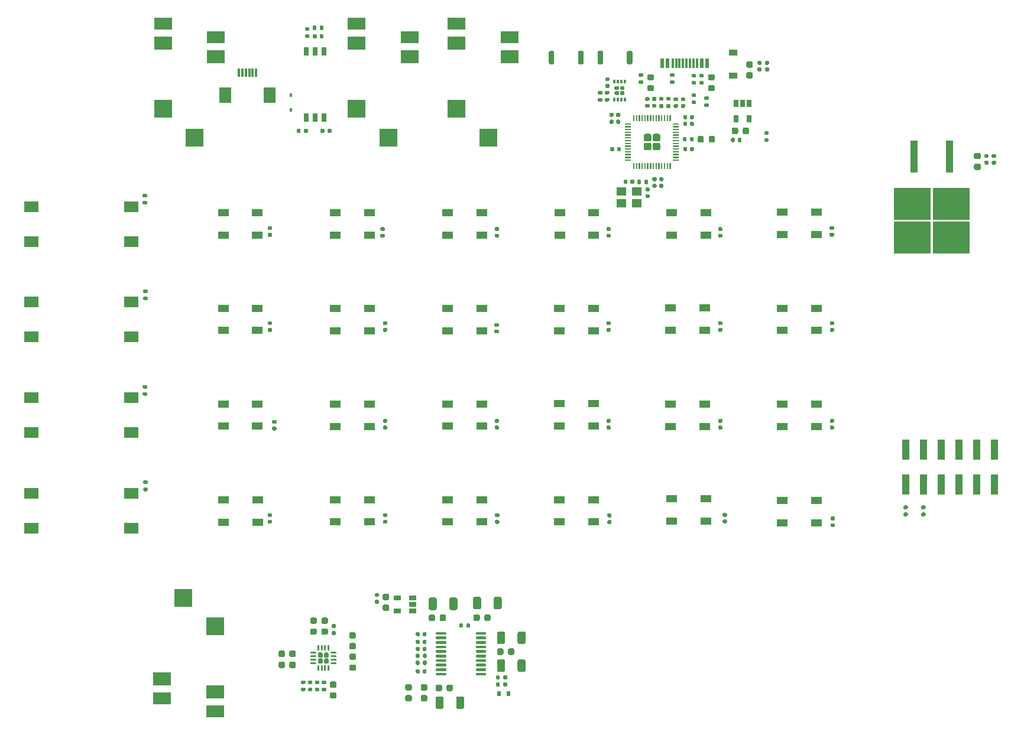
<source format=gtp>
G04 #@! TF.GenerationSoftware,KiCad,Pcbnew,5.1.9+dfsg1-1~bpo10+1*
G04 #@! TF.CreationDate,2021-11-03T11:33:49+01:00*
G04 #@! TF.ProjectId,SynthoGame,53796e74-686f-4476-916d-652e6b696361,REV1*
G04 #@! TF.SameCoordinates,Original*
G04 #@! TF.FileFunction,Paste,Top*
G04 #@! TF.FilePolarity,Positive*
%FSLAX46Y46*%
G04 Gerber Fmt 4.6, Leading zero omitted, Abs format (unit mm)*
G04 Created by KiCad (PCBNEW 5.1.9+dfsg1-1~bpo10+1) date 2021-11-03 11:33:49*
%MOMM*%
%LPD*%
G01*
G04 APERTURE LIST*
%ADD10R,0.300000X1.300000*%
%ADD11R,1.800000X2.200000*%
%ADD12R,0.600000X1.450000*%
%ADD13R,0.300000X1.450000*%
%ADD14R,1.200000X0.900000*%
%ADD15R,1.400000X1.200000*%
%ADD16R,0.650000X1.060000*%
%ADD17R,0.600000X0.700000*%
%ADD18R,2.546000X1.746000*%
%ADD19R,2.546000X1.946000*%
%ADD20R,2.546000X2.546000*%
%ADD21R,1.500000X1.000000*%
%ADD22R,0.450000X0.600000*%
%ADD23R,0.800000X1.300000*%
%ADD24R,1.060000X0.650000*%
%ADD25R,1.100000X4.600000*%
%ADD26R,5.250000X4.550000*%
%ADD27R,1.000000X3.000000*%
%ADD28R,2.000000X1.500000*%
G04 APERTURE END LIST*
D10*
X104640000Y-40725000D03*
X105140000Y-40725000D03*
X105640000Y-40725000D03*
X106140000Y-40725000D03*
X106640000Y-40725000D03*
X107140000Y-40725000D03*
D11*
X102740000Y-43975000D03*
X109040000Y-43975000D03*
G36*
G01*
X162630283Y-50339717D02*
X162630283Y-49755283D01*
G75*
G02*
X162880283Y-49505283I250000J0D01*
G01*
X163464717Y-49505283D01*
G75*
G02*
X163714717Y-49755283I0J-250000D01*
G01*
X163714717Y-50339717D01*
G75*
G02*
X163464717Y-50589717I-250000J0D01*
G01*
X162880283Y-50589717D01*
G75*
G02*
X162630283Y-50339717I0J250000D01*
G01*
G37*
G36*
G01*
X162630283Y-51614717D02*
X162630283Y-51030283D01*
G75*
G02*
X162880283Y-50780283I250000J0D01*
G01*
X163464717Y-50780283D01*
G75*
G02*
X163714717Y-51030283I0J-250000D01*
G01*
X163714717Y-51614717D01*
G75*
G02*
X163464717Y-51864717I-250000J0D01*
G01*
X162880283Y-51864717D01*
G75*
G02*
X162630283Y-51614717I0J250000D01*
G01*
G37*
G36*
G01*
X163905283Y-50339717D02*
X163905283Y-49755283D01*
G75*
G02*
X164155283Y-49505283I250000J0D01*
G01*
X164739717Y-49505283D01*
G75*
G02*
X164989717Y-49755283I0J-250000D01*
G01*
X164989717Y-50339717D01*
G75*
G02*
X164739717Y-50589717I-250000J0D01*
G01*
X164155283Y-50589717D01*
G75*
G02*
X163905283Y-50339717I0J250000D01*
G01*
G37*
G36*
G01*
X163905283Y-51614717D02*
X163905283Y-51030283D01*
G75*
G02*
X164155283Y-50780283I250000J0D01*
G01*
X164739717Y-50780283D01*
G75*
G02*
X164989717Y-51030283I0J-250000D01*
G01*
X164989717Y-51614717D01*
G75*
G02*
X164739717Y-51864717I-250000J0D01*
G01*
X164155283Y-51864717D01*
G75*
G02*
X163905283Y-51614717I0J250000D01*
G01*
G37*
G36*
G01*
X159935000Y-48135000D02*
X159935000Y-48035000D01*
G75*
G02*
X159985000Y-47985000I50000J0D01*
G01*
X160760000Y-47985000D01*
G75*
G02*
X160810000Y-48035000I0J-50000D01*
G01*
X160810000Y-48135000D01*
G75*
G02*
X160760000Y-48185000I-50000J0D01*
G01*
X159985000Y-48185000D01*
G75*
G02*
X159935000Y-48135000I0J50000D01*
G01*
G37*
G36*
G01*
X159935000Y-48535000D02*
X159935000Y-48435000D01*
G75*
G02*
X159985000Y-48385000I50000J0D01*
G01*
X160760000Y-48385000D01*
G75*
G02*
X160810000Y-48435000I0J-50000D01*
G01*
X160810000Y-48535000D01*
G75*
G02*
X160760000Y-48585000I-50000J0D01*
G01*
X159985000Y-48585000D01*
G75*
G02*
X159935000Y-48535000I0J50000D01*
G01*
G37*
G36*
G01*
X159935000Y-48935000D02*
X159935000Y-48835000D01*
G75*
G02*
X159985000Y-48785000I50000J0D01*
G01*
X160760000Y-48785000D01*
G75*
G02*
X160810000Y-48835000I0J-50000D01*
G01*
X160810000Y-48935000D01*
G75*
G02*
X160760000Y-48985000I-50000J0D01*
G01*
X159985000Y-48985000D01*
G75*
G02*
X159935000Y-48935000I0J50000D01*
G01*
G37*
G36*
G01*
X159935000Y-49335000D02*
X159935000Y-49235000D01*
G75*
G02*
X159985000Y-49185000I50000J0D01*
G01*
X160760000Y-49185000D01*
G75*
G02*
X160810000Y-49235000I0J-50000D01*
G01*
X160810000Y-49335000D01*
G75*
G02*
X160760000Y-49385000I-50000J0D01*
G01*
X159985000Y-49385000D01*
G75*
G02*
X159935000Y-49335000I0J50000D01*
G01*
G37*
G36*
G01*
X159935000Y-49735000D02*
X159935000Y-49635000D01*
G75*
G02*
X159985000Y-49585000I50000J0D01*
G01*
X160760000Y-49585000D01*
G75*
G02*
X160810000Y-49635000I0J-50000D01*
G01*
X160810000Y-49735000D01*
G75*
G02*
X160760000Y-49785000I-50000J0D01*
G01*
X159985000Y-49785000D01*
G75*
G02*
X159935000Y-49735000I0J50000D01*
G01*
G37*
G36*
G01*
X159935000Y-50135000D02*
X159935000Y-50035000D01*
G75*
G02*
X159985000Y-49985000I50000J0D01*
G01*
X160760000Y-49985000D01*
G75*
G02*
X160810000Y-50035000I0J-50000D01*
G01*
X160810000Y-50135000D01*
G75*
G02*
X160760000Y-50185000I-50000J0D01*
G01*
X159985000Y-50185000D01*
G75*
G02*
X159935000Y-50135000I0J50000D01*
G01*
G37*
G36*
G01*
X159935000Y-50535000D02*
X159935000Y-50435000D01*
G75*
G02*
X159985000Y-50385000I50000J0D01*
G01*
X160760000Y-50385000D01*
G75*
G02*
X160810000Y-50435000I0J-50000D01*
G01*
X160810000Y-50535000D01*
G75*
G02*
X160760000Y-50585000I-50000J0D01*
G01*
X159985000Y-50585000D01*
G75*
G02*
X159935000Y-50535000I0J50000D01*
G01*
G37*
G36*
G01*
X159935000Y-50935000D02*
X159935000Y-50835000D01*
G75*
G02*
X159985000Y-50785000I50000J0D01*
G01*
X160760000Y-50785000D01*
G75*
G02*
X160810000Y-50835000I0J-50000D01*
G01*
X160810000Y-50935000D01*
G75*
G02*
X160760000Y-50985000I-50000J0D01*
G01*
X159985000Y-50985000D01*
G75*
G02*
X159935000Y-50935000I0J50000D01*
G01*
G37*
G36*
G01*
X159935000Y-51335000D02*
X159935000Y-51235000D01*
G75*
G02*
X159985000Y-51185000I50000J0D01*
G01*
X160760000Y-51185000D01*
G75*
G02*
X160810000Y-51235000I0J-50000D01*
G01*
X160810000Y-51335000D01*
G75*
G02*
X160760000Y-51385000I-50000J0D01*
G01*
X159985000Y-51385000D01*
G75*
G02*
X159935000Y-51335000I0J50000D01*
G01*
G37*
G36*
G01*
X159935000Y-51735000D02*
X159935000Y-51635000D01*
G75*
G02*
X159985000Y-51585000I50000J0D01*
G01*
X160760000Y-51585000D01*
G75*
G02*
X160810000Y-51635000I0J-50000D01*
G01*
X160810000Y-51735000D01*
G75*
G02*
X160760000Y-51785000I-50000J0D01*
G01*
X159985000Y-51785000D01*
G75*
G02*
X159935000Y-51735000I0J50000D01*
G01*
G37*
G36*
G01*
X159935000Y-52135000D02*
X159935000Y-52035000D01*
G75*
G02*
X159985000Y-51985000I50000J0D01*
G01*
X160760000Y-51985000D01*
G75*
G02*
X160810000Y-52035000I0J-50000D01*
G01*
X160810000Y-52135000D01*
G75*
G02*
X160760000Y-52185000I-50000J0D01*
G01*
X159985000Y-52185000D01*
G75*
G02*
X159935000Y-52135000I0J50000D01*
G01*
G37*
G36*
G01*
X159935000Y-52535000D02*
X159935000Y-52435000D01*
G75*
G02*
X159985000Y-52385000I50000J0D01*
G01*
X160760000Y-52385000D01*
G75*
G02*
X160810000Y-52435000I0J-50000D01*
G01*
X160810000Y-52535000D01*
G75*
G02*
X160760000Y-52585000I-50000J0D01*
G01*
X159985000Y-52585000D01*
G75*
G02*
X159935000Y-52535000I0J50000D01*
G01*
G37*
G36*
G01*
X159935000Y-52935000D02*
X159935000Y-52835000D01*
G75*
G02*
X159985000Y-52785000I50000J0D01*
G01*
X160760000Y-52785000D01*
G75*
G02*
X160810000Y-52835000I0J-50000D01*
G01*
X160810000Y-52935000D01*
G75*
G02*
X160760000Y-52985000I-50000J0D01*
G01*
X159985000Y-52985000D01*
G75*
G02*
X159935000Y-52935000I0J50000D01*
G01*
G37*
G36*
G01*
X159935000Y-53335000D02*
X159935000Y-53235000D01*
G75*
G02*
X159985000Y-53185000I50000J0D01*
G01*
X160760000Y-53185000D01*
G75*
G02*
X160810000Y-53235000I0J-50000D01*
G01*
X160810000Y-53335000D01*
G75*
G02*
X160760000Y-53385000I-50000J0D01*
G01*
X159985000Y-53385000D01*
G75*
G02*
X159935000Y-53335000I0J50000D01*
G01*
G37*
G36*
G01*
X161110000Y-54510000D02*
X161110000Y-53735000D01*
G75*
G02*
X161160000Y-53685000I50000J0D01*
G01*
X161260000Y-53685000D01*
G75*
G02*
X161310000Y-53735000I0J-50000D01*
G01*
X161310000Y-54510000D01*
G75*
G02*
X161260000Y-54560000I-50000J0D01*
G01*
X161160000Y-54560000D01*
G75*
G02*
X161110000Y-54510000I0J50000D01*
G01*
G37*
G36*
G01*
X161510000Y-54510000D02*
X161510000Y-53735000D01*
G75*
G02*
X161560000Y-53685000I50000J0D01*
G01*
X161660000Y-53685000D01*
G75*
G02*
X161710000Y-53735000I0J-50000D01*
G01*
X161710000Y-54510000D01*
G75*
G02*
X161660000Y-54560000I-50000J0D01*
G01*
X161560000Y-54560000D01*
G75*
G02*
X161510000Y-54510000I0J50000D01*
G01*
G37*
G36*
G01*
X161910000Y-54510000D02*
X161910000Y-53735000D01*
G75*
G02*
X161960000Y-53685000I50000J0D01*
G01*
X162060000Y-53685000D01*
G75*
G02*
X162110000Y-53735000I0J-50000D01*
G01*
X162110000Y-54510000D01*
G75*
G02*
X162060000Y-54560000I-50000J0D01*
G01*
X161960000Y-54560000D01*
G75*
G02*
X161910000Y-54510000I0J50000D01*
G01*
G37*
G36*
G01*
X162310000Y-54510000D02*
X162310000Y-53735000D01*
G75*
G02*
X162360000Y-53685000I50000J0D01*
G01*
X162460000Y-53685000D01*
G75*
G02*
X162510000Y-53735000I0J-50000D01*
G01*
X162510000Y-54510000D01*
G75*
G02*
X162460000Y-54560000I-50000J0D01*
G01*
X162360000Y-54560000D01*
G75*
G02*
X162310000Y-54510000I0J50000D01*
G01*
G37*
G36*
G01*
X162710000Y-54510000D02*
X162710000Y-53735000D01*
G75*
G02*
X162760000Y-53685000I50000J0D01*
G01*
X162860000Y-53685000D01*
G75*
G02*
X162910000Y-53735000I0J-50000D01*
G01*
X162910000Y-54510000D01*
G75*
G02*
X162860000Y-54560000I-50000J0D01*
G01*
X162760000Y-54560000D01*
G75*
G02*
X162710000Y-54510000I0J50000D01*
G01*
G37*
G36*
G01*
X163110000Y-54510000D02*
X163110000Y-53735000D01*
G75*
G02*
X163160000Y-53685000I50000J0D01*
G01*
X163260000Y-53685000D01*
G75*
G02*
X163310000Y-53735000I0J-50000D01*
G01*
X163310000Y-54510000D01*
G75*
G02*
X163260000Y-54560000I-50000J0D01*
G01*
X163160000Y-54560000D01*
G75*
G02*
X163110000Y-54510000I0J50000D01*
G01*
G37*
G36*
G01*
X163510000Y-54510000D02*
X163510000Y-53735000D01*
G75*
G02*
X163560000Y-53685000I50000J0D01*
G01*
X163660000Y-53685000D01*
G75*
G02*
X163710000Y-53735000I0J-50000D01*
G01*
X163710000Y-54510000D01*
G75*
G02*
X163660000Y-54560000I-50000J0D01*
G01*
X163560000Y-54560000D01*
G75*
G02*
X163510000Y-54510000I0J50000D01*
G01*
G37*
G36*
G01*
X163910000Y-54510000D02*
X163910000Y-53735000D01*
G75*
G02*
X163960000Y-53685000I50000J0D01*
G01*
X164060000Y-53685000D01*
G75*
G02*
X164110000Y-53735000I0J-50000D01*
G01*
X164110000Y-54510000D01*
G75*
G02*
X164060000Y-54560000I-50000J0D01*
G01*
X163960000Y-54560000D01*
G75*
G02*
X163910000Y-54510000I0J50000D01*
G01*
G37*
G36*
G01*
X164310000Y-54510000D02*
X164310000Y-53735000D01*
G75*
G02*
X164360000Y-53685000I50000J0D01*
G01*
X164460000Y-53685000D01*
G75*
G02*
X164510000Y-53735000I0J-50000D01*
G01*
X164510000Y-54510000D01*
G75*
G02*
X164460000Y-54560000I-50000J0D01*
G01*
X164360000Y-54560000D01*
G75*
G02*
X164310000Y-54510000I0J50000D01*
G01*
G37*
G36*
G01*
X164710000Y-54510000D02*
X164710000Y-53735000D01*
G75*
G02*
X164760000Y-53685000I50000J0D01*
G01*
X164860000Y-53685000D01*
G75*
G02*
X164910000Y-53735000I0J-50000D01*
G01*
X164910000Y-54510000D01*
G75*
G02*
X164860000Y-54560000I-50000J0D01*
G01*
X164760000Y-54560000D01*
G75*
G02*
X164710000Y-54510000I0J50000D01*
G01*
G37*
G36*
G01*
X165110000Y-54510000D02*
X165110000Y-53735000D01*
G75*
G02*
X165160000Y-53685000I50000J0D01*
G01*
X165260000Y-53685000D01*
G75*
G02*
X165310000Y-53735000I0J-50000D01*
G01*
X165310000Y-54510000D01*
G75*
G02*
X165260000Y-54560000I-50000J0D01*
G01*
X165160000Y-54560000D01*
G75*
G02*
X165110000Y-54510000I0J50000D01*
G01*
G37*
G36*
G01*
X165510000Y-54510000D02*
X165510000Y-53735000D01*
G75*
G02*
X165560000Y-53685000I50000J0D01*
G01*
X165660000Y-53685000D01*
G75*
G02*
X165710000Y-53735000I0J-50000D01*
G01*
X165710000Y-54510000D01*
G75*
G02*
X165660000Y-54560000I-50000J0D01*
G01*
X165560000Y-54560000D01*
G75*
G02*
X165510000Y-54510000I0J50000D01*
G01*
G37*
G36*
G01*
X165910000Y-54510000D02*
X165910000Y-53735000D01*
G75*
G02*
X165960000Y-53685000I50000J0D01*
G01*
X166060000Y-53685000D01*
G75*
G02*
X166110000Y-53735000I0J-50000D01*
G01*
X166110000Y-54510000D01*
G75*
G02*
X166060000Y-54560000I-50000J0D01*
G01*
X165960000Y-54560000D01*
G75*
G02*
X165910000Y-54510000I0J50000D01*
G01*
G37*
G36*
G01*
X166310000Y-54510000D02*
X166310000Y-53735000D01*
G75*
G02*
X166360000Y-53685000I50000J0D01*
G01*
X166460000Y-53685000D01*
G75*
G02*
X166510000Y-53735000I0J-50000D01*
G01*
X166510000Y-54510000D01*
G75*
G02*
X166460000Y-54560000I-50000J0D01*
G01*
X166360000Y-54560000D01*
G75*
G02*
X166310000Y-54510000I0J50000D01*
G01*
G37*
G36*
G01*
X166810000Y-53335000D02*
X166810000Y-53235000D01*
G75*
G02*
X166860000Y-53185000I50000J0D01*
G01*
X167635000Y-53185000D01*
G75*
G02*
X167685000Y-53235000I0J-50000D01*
G01*
X167685000Y-53335000D01*
G75*
G02*
X167635000Y-53385000I-50000J0D01*
G01*
X166860000Y-53385000D01*
G75*
G02*
X166810000Y-53335000I0J50000D01*
G01*
G37*
G36*
G01*
X166810000Y-52935000D02*
X166810000Y-52835000D01*
G75*
G02*
X166860000Y-52785000I50000J0D01*
G01*
X167635000Y-52785000D01*
G75*
G02*
X167685000Y-52835000I0J-50000D01*
G01*
X167685000Y-52935000D01*
G75*
G02*
X167635000Y-52985000I-50000J0D01*
G01*
X166860000Y-52985000D01*
G75*
G02*
X166810000Y-52935000I0J50000D01*
G01*
G37*
G36*
G01*
X166810000Y-52535000D02*
X166810000Y-52435000D01*
G75*
G02*
X166860000Y-52385000I50000J0D01*
G01*
X167635000Y-52385000D01*
G75*
G02*
X167685000Y-52435000I0J-50000D01*
G01*
X167685000Y-52535000D01*
G75*
G02*
X167635000Y-52585000I-50000J0D01*
G01*
X166860000Y-52585000D01*
G75*
G02*
X166810000Y-52535000I0J50000D01*
G01*
G37*
G36*
G01*
X166810000Y-52135000D02*
X166810000Y-52035000D01*
G75*
G02*
X166860000Y-51985000I50000J0D01*
G01*
X167635000Y-51985000D01*
G75*
G02*
X167685000Y-52035000I0J-50000D01*
G01*
X167685000Y-52135000D01*
G75*
G02*
X167635000Y-52185000I-50000J0D01*
G01*
X166860000Y-52185000D01*
G75*
G02*
X166810000Y-52135000I0J50000D01*
G01*
G37*
G36*
G01*
X166810000Y-51735000D02*
X166810000Y-51635000D01*
G75*
G02*
X166860000Y-51585000I50000J0D01*
G01*
X167635000Y-51585000D01*
G75*
G02*
X167685000Y-51635000I0J-50000D01*
G01*
X167685000Y-51735000D01*
G75*
G02*
X167635000Y-51785000I-50000J0D01*
G01*
X166860000Y-51785000D01*
G75*
G02*
X166810000Y-51735000I0J50000D01*
G01*
G37*
G36*
G01*
X166810000Y-51335000D02*
X166810000Y-51235000D01*
G75*
G02*
X166860000Y-51185000I50000J0D01*
G01*
X167635000Y-51185000D01*
G75*
G02*
X167685000Y-51235000I0J-50000D01*
G01*
X167685000Y-51335000D01*
G75*
G02*
X167635000Y-51385000I-50000J0D01*
G01*
X166860000Y-51385000D01*
G75*
G02*
X166810000Y-51335000I0J50000D01*
G01*
G37*
G36*
G01*
X166810000Y-50935000D02*
X166810000Y-50835000D01*
G75*
G02*
X166860000Y-50785000I50000J0D01*
G01*
X167635000Y-50785000D01*
G75*
G02*
X167685000Y-50835000I0J-50000D01*
G01*
X167685000Y-50935000D01*
G75*
G02*
X167635000Y-50985000I-50000J0D01*
G01*
X166860000Y-50985000D01*
G75*
G02*
X166810000Y-50935000I0J50000D01*
G01*
G37*
G36*
G01*
X166810000Y-50535000D02*
X166810000Y-50435000D01*
G75*
G02*
X166860000Y-50385000I50000J0D01*
G01*
X167635000Y-50385000D01*
G75*
G02*
X167685000Y-50435000I0J-50000D01*
G01*
X167685000Y-50535000D01*
G75*
G02*
X167635000Y-50585000I-50000J0D01*
G01*
X166860000Y-50585000D01*
G75*
G02*
X166810000Y-50535000I0J50000D01*
G01*
G37*
G36*
G01*
X166810000Y-50135000D02*
X166810000Y-50035000D01*
G75*
G02*
X166860000Y-49985000I50000J0D01*
G01*
X167635000Y-49985000D01*
G75*
G02*
X167685000Y-50035000I0J-50000D01*
G01*
X167685000Y-50135000D01*
G75*
G02*
X167635000Y-50185000I-50000J0D01*
G01*
X166860000Y-50185000D01*
G75*
G02*
X166810000Y-50135000I0J50000D01*
G01*
G37*
G36*
G01*
X166810000Y-49735000D02*
X166810000Y-49635000D01*
G75*
G02*
X166860000Y-49585000I50000J0D01*
G01*
X167635000Y-49585000D01*
G75*
G02*
X167685000Y-49635000I0J-50000D01*
G01*
X167685000Y-49735000D01*
G75*
G02*
X167635000Y-49785000I-50000J0D01*
G01*
X166860000Y-49785000D01*
G75*
G02*
X166810000Y-49735000I0J50000D01*
G01*
G37*
G36*
G01*
X166810000Y-49335000D02*
X166810000Y-49235000D01*
G75*
G02*
X166860000Y-49185000I50000J0D01*
G01*
X167635000Y-49185000D01*
G75*
G02*
X167685000Y-49235000I0J-50000D01*
G01*
X167685000Y-49335000D01*
G75*
G02*
X167635000Y-49385000I-50000J0D01*
G01*
X166860000Y-49385000D01*
G75*
G02*
X166810000Y-49335000I0J50000D01*
G01*
G37*
G36*
G01*
X166810000Y-48935000D02*
X166810000Y-48835000D01*
G75*
G02*
X166860000Y-48785000I50000J0D01*
G01*
X167635000Y-48785000D01*
G75*
G02*
X167685000Y-48835000I0J-50000D01*
G01*
X167685000Y-48935000D01*
G75*
G02*
X167635000Y-48985000I-50000J0D01*
G01*
X166860000Y-48985000D01*
G75*
G02*
X166810000Y-48935000I0J50000D01*
G01*
G37*
G36*
G01*
X166810000Y-48535000D02*
X166810000Y-48435000D01*
G75*
G02*
X166860000Y-48385000I50000J0D01*
G01*
X167635000Y-48385000D01*
G75*
G02*
X167685000Y-48435000I0J-50000D01*
G01*
X167685000Y-48535000D01*
G75*
G02*
X167635000Y-48585000I-50000J0D01*
G01*
X166860000Y-48585000D01*
G75*
G02*
X166810000Y-48535000I0J50000D01*
G01*
G37*
G36*
G01*
X166810000Y-48135000D02*
X166810000Y-48035000D01*
G75*
G02*
X166860000Y-47985000I50000J0D01*
G01*
X167635000Y-47985000D01*
G75*
G02*
X167685000Y-48035000I0J-50000D01*
G01*
X167685000Y-48135000D01*
G75*
G02*
X167635000Y-48185000I-50000J0D01*
G01*
X166860000Y-48185000D01*
G75*
G02*
X166810000Y-48135000I0J50000D01*
G01*
G37*
G36*
G01*
X166310000Y-47635000D02*
X166310000Y-46860000D01*
G75*
G02*
X166360000Y-46810000I50000J0D01*
G01*
X166460000Y-46810000D01*
G75*
G02*
X166510000Y-46860000I0J-50000D01*
G01*
X166510000Y-47635000D01*
G75*
G02*
X166460000Y-47685000I-50000J0D01*
G01*
X166360000Y-47685000D01*
G75*
G02*
X166310000Y-47635000I0J50000D01*
G01*
G37*
G36*
G01*
X165910000Y-47635000D02*
X165910000Y-46860000D01*
G75*
G02*
X165960000Y-46810000I50000J0D01*
G01*
X166060000Y-46810000D01*
G75*
G02*
X166110000Y-46860000I0J-50000D01*
G01*
X166110000Y-47635000D01*
G75*
G02*
X166060000Y-47685000I-50000J0D01*
G01*
X165960000Y-47685000D01*
G75*
G02*
X165910000Y-47635000I0J50000D01*
G01*
G37*
G36*
G01*
X165510000Y-47635000D02*
X165510000Y-46860000D01*
G75*
G02*
X165560000Y-46810000I50000J0D01*
G01*
X165660000Y-46810000D01*
G75*
G02*
X165710000Y-46860000I0J-50000D01*
G01*
X165710000Y-47635000D01*
G75*
G02*
X165660000Y-47685000I-50000J0D01*
G01*
X165560000Y-47685000D01*
G75*
G02*
X165510000Y-47635000I0J50000D01*
G01*
G37*
G36*
G01*
X165110000Y-47635000D02*
X165110000Y-46860000D01*
G75*
G02*
X165160000Y-46810000I50000J0D01*
G01*
X165260000Y-46810000D01*
G75*
G02*
X165310000Y-46860000I0J-50000D01*
G01*
X165310000Y-47635000D01*
G75*
G02*
X165260000Y-47685000I-50000J0D01*
G01*
X165160000Y-47685000D01*
G75*
G02*
X165110000Y-47635000I0J50000D01*
G01*
G37*
G36*
G01*
X164710000Y-47635000D02*
X164710000Y-46860000D01*
G75*
G02*
X164760000Y-46810000I50000J0D01*
G01*
X164860000Y-46810000D01*
G75*
G02*
X164910000Y-46860000I0J-50000D01*
G01*
X164910000Y-47635000D01*
G75*
G02*
X164860000Y-47685000I-50000J0D01*
G01*
X164760000Y-47685000D01*
G75*
G02*
X164710000Y-47635000I0J50000D01*
G01*
G37*
G36*
G01*
X164310000Y-47635000D02*
X164310000Y-46860000D01*
G75*
G02*
X164360000Y-46810000I50000J0D01*
G01*
X164460000Y-46810000D01*
G75*
G02*
X164510000Y-46860000I0J-50000D01*
G01*
X164510000Y-47635000D01*
G75*
G02*
X164460000Y-47685000I-50000J0D01*
G01*
X164360000Y-47685000D01*
G75*
G02*
X164310000Y-47635000I0J50000D01*
G01*
G37*
G36*
G01*
X163910000Y-47635000D02*
X163910000Y-46860000D01*
G75*
G02*
X163960000Y-46810000I50000J0D01*
G01*
X164060000Y-46810000D01*
G75*
G02*
X164110000Y-46860000I0J-50000D01*
G01*
X164110000Y-47635000D01*
G75*
G02*
X164060000Y-47685000I-50000J0D01*
G01*
X163960000Y-47685000D01*
G75*
G02*
X163910000Y-47635000I0J50000D01*
G01*
G37*
G36*
G01*
X163510000Y-47635000D02*
X163510000Y-46860000D01*
G75*
G02*
X163560000Y-46810000I50000J0D01*
G01*
X163660000Y-46810000D01*
G75*
G02*
X163710000Y-46860000I0J-50000D01*
G01*
X163710000Y-47635000D01*
G75*
G02*
X163660000Y-47685000I-50000J0D01*
G01*
X163560000Y-47685000D01*
G75*
G02*
X163510000Y-47635000I0J50000D01*
G01*
G37*
G36*
G01*
X163110000Y-47635000D02*
X163110000Y-46860000D01*
G75*
G02*
X163160000Y-46810000I50000J0D01*
G01*
X163260000Y-46810000D01*
G75*
G02*
X163310000Y-46860000I0J-50000D01*
G01*
X163310000Y-47635000D01*
G75*
G02*
X163260000Y-47685000I-50000J0D01*
G01*
X163160000Y-47685000D01*
G75*
G02*
X163110000Y-47635000I0J50000D01*
G01*
G37*
G36*
G01*
X162710000Y-47635000D02*
X162710000Y-46860000D01*
G75*
G02*
X162760000Y-46810000I50000J0D01*
G01*
X162860000Y-46810000D01*
G75*
G02*
X162910000Y-46860000I0J-50000D01*
G01*
X162910000Y-47635000D01*
G75*
G02*
X162860000Y-47685000I-50000J0D01*
G01*
X162760000Y-47685000D01*
G75*
G02*
X162710000Y-47635000I0J50000D01*
G01*
G37*
G36*
G01*
X162310000Y-47635000D02*
X162310000Y-46860000D01*
G75*
G02*
X162360000Y-46810000I50000J0D01*
G01*
X162460000Y-46810000D01*
G75*
G02*
X162510000Y-46860000I0J-50000D01*
G01*
X162510000Y-47635000D01*
G75*
G02*
X162460000Y-47685000I-50000J0D01*
G01*
X162360000Y-47685000D01*
G75*
G02*
X162310000Y-47635000I0J50000D01*
G01*
G37*
G36*
G01*
X161910000Y-47635000D02*
X161910000Y-46860000D01*
G75*
G02*
X161960000Y-46810000I50000J0D01*
G01*
X162060000Y-46810000D01*
G75*
G02*
X162110000Y-46860000I0J-50000D01*
G01*
X162110000Y-47635000D01*
G75*
G02*
X162060000Y-47685000I-50000J0D01*
G01*
X161960000Y-47685000D01*
G75*
G02*
X161910000Y-47635000I0J50000D01*
G01*
G37*
G36*
G01*
X161510000Y-47635000D02*
X161510000Y-46860000D01*
G75*
G02*
X161560000Y-46810000I50000J0D01*
G01*
X161660000Y-46810000D01*
G75*
G02*
X161710000Y-46860000I0J-50000D01*
G01*
X161710000Y-47635000D01*
G75*
G02*
X161660000Y-47685000I-50000J0D01*
G01*
X161560000Y-47685000D01*
G75*
G02*
X161510000Y-47635000I0J50000D01*
G01*
G37*
G36*
G01*
X161110000Y-47635000D02*
X161110000Y-46860000D01*
G75*
G02*
X161160000Y-46810000I50000J0D01*
G01*
X161260000Y-46810000D01*
G75*
G02*
X161310000Y-46860000I0J-50000D01*
G01*
X161310000Y-47635000D01*
G75*
G02*
X161260000Y-47685000I-50000J0D01*
G01*
X161160000Y-47685000D01*
G75*
G02*
X161110000Y-47635000I0J50000D01*
G01*
G37*
G36*
G01*
X158508060Y-44858860D02*
X158333060Y-44858860D01*
G75*
G02*
X158245560Y-44771360I0J87500D01*
G01*
X158245560Y-44421360D01*
G75*
G02*
X158333060Y-44333860I87500J0D01*
G01*
X158508060Y-44333860D01*
G75*
G02*
X158595560Y-44421360I0J-87500D01*
G01*
X158595560Y-44771360D01*
G75*
G02*
X158508060Y-44858860I-87500J0D01*
G01*
G37*
G36*
G01*
X159008060Y-44858860D02*
X158833060Y-44858860D01*
G75*
G02*
X158745560Y-44771360I0J87500D01*
G01*
X158745560Y-44421360D01*
G75*
G02*
X158833060Y-44333860I87500J0D01*
G01*
X159008060Y-44333860D01*
G75*
G02*
X159095560Y-44421360I0J-87500D01*
G01*
X159095560Y-44771360D01*
G75*
G02*
X159008060Y-44858860I-87500J0D01*
G01*
G37*
G36*
G01*
X159508060Y-44858860D02*
X159333060Y-44858860D01*
G75*
G02*
X159245560Y-44771360I0J87500D01*
G01*
X159245560Y-44421360D01*
G75*
G02*
X159333060Y-44333860I87500J0D01*
G01*
X159508060Y-44333860D01*
G75*
G02*
X159595560Y-44421360I0J-87500D01*
G01*
X159595560Y-44771360D01*
G75*
G02*
X159508060Y-44858860I-87500J0D01*
G01*
G37*
G36*
G01*
X160008060Y-44858860D02*
X159833060Y-44858860D01*
G75*
G02*
X159745560Y-44771360I0J87500D01*
G01*
X159745560Y-44421360D01*
G75*
G02*
X159833060Y-44333860I87500J0D01*
G01*
X160008060Y-44333860D01*
G75*
G02*
X160095560Y-44421360I0J-87500D01*
G01*
X160095560Y-44771360D01*
G75*
G02*
X160008060Y-44858860I-87500J0D01*
G01*
G37*
G36*
G01*
X160008060Y-42283860D02*
X159833060Y-42283860D01*
G75*
G02*
X159745560Y-42196360I0J87500D01*
G01*
X159745560Y-41846360D01*
G75*
G02*
X159833060Y-41758860I87500J0D01*
G01*
X160008060Y-41758860D01*
G75*
G02*
X160095560Y-41846360I0J-87500D01*
G01*
X160095560Y-42196360D01*
G75*
G02*
X160008060Y-42283860I-87500J0D01*
G01*
G37*
G36*
G01*
X159508060Y-42283860D02*
X159333060Y-42283860D01*
G75*
G02*
X159245560Y-42196360I0J87500D01*
G01*
X159245560Y-41846360D01*
G75*
G02*
X159333060Y-41758860I87500J0D01*
G01*
X159508060Y-41758860D01*
G75*
G02*
X159595560Y-41846360I0J-87500D01*
G01*
X159595560Y-42196360D01*
G75*
G02*
X159508060Y-42283860I-87500J0D01*
G01*
G37*
G36*
G01*
X159008060Y-42283860D02*
X158833060Y-42283860D01*
G75*
G02*
X158745560Y-42196360I0J87500D01*
G01*
X158745560Y-41846360D01*
G75*
G02*
X158833060Y-41758860I87500J0D01*
G01*
X159008060Y-41758860D01*
G75*
G02*
X159095560Y-41846360I0J-87500D01*
G01*
X159095560Y-42196360D01*
G75*
G02*
X159008060Y-42283860I-87500J0D01*
G01*
G37*
G36*
G01*
X158508060Y-42283860D02*
X158333060Y-42283860D01*
G75*
G02*
X158245560Y-42196360I0J87500D01*
G01*
X158245560Y-41846360D01*
G75*
G02*
X158333060Y-41758860I87500J0D01*
G01*
X158508060Y-41758860D01*
G75*
G02*
X158595560Y-41846360I0J-87500D01*
G01*
X158595560Y-42196360D01*
G75*
G02*
X158508060Y-42283860I-87500J0D01*
G01*
G37*
G36*
G01*
X158950560Y-43938860D02*
X158590560Y-43938860D01*
G75*
G02*
X158450560Y-43798860I0J140000D01*
G01*
X158450560Y-43518860D01*
G75*
G02*
X158590560Y-43378860I140000J0D01*
G01*
X158950560Y-43378860D01*
G75*
G02*
X159090560Y-43518860I0J-140000D01*
G01*
X159090560Y-43798860D01*
G75*
G02*
X158950560Y-43938860I-140000J0D01*
G01*
G37*
G36*
G01*
X159750560Y-43938860D02*
X159390560Y-43938860D01*
G75*
G02*
X159250560Y-43798860I0J140000D01*
G01*
X159250560Y-43518860D01*
G75*
G02*
X159390560Y-43378860I140000J0D01*
G01*
X159750560Y-43378860D01*
G75*
G02*
X159890560Y-43518860I0J-140000D01*
G01*
X159890560Y-43798860D01*
G75*
G02*
X159750560Y-43938860I-140000J0D01*
G01*
G37*
G36*
G01*
X158950560Y-43238860D02*
X158590560Y-43238860D01*
G75*
G02*
X158450560Y-43098860I0J140000D01*
G01*
X158450560Y-42818860D01*
G75*
G02*
X158590560Y-42678860I140000J0D01*
G01*
X158950560Y-42678860D01*
G75*
G02*
X159090560Y-42818860I0J-140000D01*
G01*
X159090560Y-43098860D01*
G75*
G02*
X158950560Y-43238860I-140000J0D01*
G01*
G37*
G36*
G01*
X159750560Y-43238860D02*
X159390560Y-43238860D01*
G75*
G02*
X159250560Y-43098860I0J140000D01*
G01*
X159250560Y-42818860D01*
G75*
G02*
X159390560Y-42678860I140000J0D01*
G01*
X159750560Y-42678860D01*
G75*
G02*
X159890560Y-42818860I0J-140000D01*
G01*
X159890560Y-43098860D01*
G75*
G02*
X159750560Y-43238860I-140000J0D01*
G01*
G37*
G36*
G01*
X163363750Y-42535000D02*
X163876250Y-42535000D01*
G75*
G02*
X164095000Y-42753750I0J-218750D01*
G01*
X164095000Y-43191250D01*
G75*
G02*
X163876250Y-43410000I-218750J0D01*
G01*
X163363750Y-43410000D01*
G75*
G02*
X163145000Y-43191250I0J218750D01*
G01*
X163145000Y-42753750D01*
G75*
G02*
X163363750Y-42535000I218750J0D01*
G01*
G37*
G36*
G01*
X163363750Y-40960000D02*
X163876250Y-40960000D01*
G75*
G02*
X164095000Y-41178750I0J-218750D01*
G01*
X164095000Y-41616250D01*
G75*
G02*
X163876250Y-41835000I-218750J0D01*
G01*
X163363750Y-41835000D01*
G75*
G02*
X163145000Y-41616250I0J218750D01*
G01*
X163145000Y-41178750D01*
G75*
G02*
X163363750Y-40960000I218750J0D01*
G01*
G37*
G36*
G01*
X171240000Y-50018750D02*
X171240000Y-50531250D01*
G75*
G02*
X171021250Y-50750000I-218750J0D01*
G01*
X170583750Y-50750000D01*
G75*
G02*
X170365000Y-50531250I0J218750D01*
G01*
X170365000Y-50018750D01*
G75*
G02*
X170583750Y-49800000I218750J0D01*
G01*
X171021250Y-49800000D01*
G75*
G02*
X171240000Y-50018750I0J-218750D01*
G01*
G37*
G36*
G01*
X172815000Y-50018750D02*
X172815000Y-50531250D01*
G75*
G02*
X172596250Y-50750000I-218750J0D01*
G01*
X172158750Y-50750000D01*
G75*
G02*
X171940000Y-50531250I0J218750D01*
G01*
X171940000Y-50018750D01*
G75*
G02*
X172158750Y-49800000I218750J0D01*
G01*
X172596250Y-49800000D01*
G75*
G02*
X172815000Y-50018750I0J-218750D01*
G01*
G37*
G36*
G01*
X156020000Y-39385000D02*
X156020000Y-37785000D01*
G75*
G02*
X156220000Y-37585000I200000J0D01*
G01*
X156620000Y-37585000D01*
G75*
G02*
X156820000Y-37785000I0J-200000D01*
G01*
X156820000Y-39385000D01*
G75*
G02*
X156620000Y-39585000I-200000J0D01*
G01*
X156220000Y-39585000D01*
G75*
G02*
X156020000Y-39385000I0J200000D01*
G01*
G37*
G36*
G01*
X160220000Y-39385000D02*
X160220000Y-37785000D01*
G75*
G02*
X160420000Y-37585000I200000J0D01*
G01*
X160820000Y-37585000D01*
G75*
G02*
X161020000Y-37785000I0J-200000D01*
G01*
X161020000Y-39385000D01*
G75*
G02*
X160820000Y-39585000I-200000J0D01*
G01*
X160420000Y-39585000D01*
G75*
G02*
X160220000Y-39385000I0J200000D01*
G01*
G37*
D12*
X165295000Y-39380000D03*
X171745000Y-39380000D03*
X166070000Y-39380000D03*
X170970000Y-39380000D03*
D13*
X170270000Y-39380000D03*
X166770000Y-39380000D03*
X169770000Y-39380000D03*
X167270000Y-39380000D03*
X169270000Y-39380000D03*
X167770000Y-39380000D03*
X168270000Y-39380000D03*
X168770000Y-39380000D03*
D14*
X175420000Y-41135000D03*
X175420000Y-37835000D03*
D15*
X159400000Y-59460000D03*
X161600000Y-59460000D03*
X161600000Y-57760000D03*
X159400000Y-57760000D03*
G36*
G01*
X172070000Y-40960000D02*
X172570000Y-40960000D01*
G75*
G02*
X172795000Y-41185000I0J-225000D01*
G01*
X172795000Y-41635000D01*
G75*
G02*
X172570000Y-41860000I-225000J0D01*
G01*
X172070000Y-41860000D01*
G75*
G02*
X171845000Y-41635000I0J225000D01*
G01*
X171845000Y-41185000D01*
G75*
G02*
X172070000Y-40960000I225000J0D01*
G01*
G37*
G36*
G01*
X172070000Y-42510000D02*
X172570000Y-42510000D01*
G75*
G02*
X172795000Y-42735000I0J-225000D01*
G01*
X172795000Y-43185000D01*
G75*
G02*
X172570000Y-43410000I-225000J0D01*
G01*
X172070000Y-43410000D01*
G75*
G02*
X171845000Y-43185000I0J225000D01*
G01*
X171845000Y-42735000D01*
G75*
G02*
X172070000Y-42510000I225000J0D01*
G01*
G37*
G36*
G01*
X153220000Y-39385000D02*
X153220000Y-37785000D01*
G75*
G02*
X153420000Y-37585000I200000J0D01*
G01*
X153820000Y-37585000D01*
G75*
G02*
X154020000Y-37785000I0J-200000D01*
G01*
X154020000Y-39385000D01*
G75*
G02*
X153820000Y-39585000I-200000J0D01*
G01*
X153420000Y-39585000D01*
G75*
G02*
X153220000Y-39385000I0J200000D01*
G01*
G37*
G36*
G01*
X149020000Y-39385000D02*
X149020000Y-37785000D01*
G75*
G02*
X149220000Y-37585000I200000J0D01*
G01*
X149620000Y-37585000D01*
G75*
G02*
X149820000Y-37785000I0J-200000D01*
G01*
X149820000Y-39385000D01*
G75*
G02*
X149620000Y-39585000I-200000J0D01*
G01*
X149220000Y-39585000D01*
G75*
G02*
X149020000Y-39385000I0J200000D01*
G01*
G37*
D16*
X177730000Y-45185000D03*
X176780000Y-45185000D03*
X175830000Y-45185000D03*
X175830000Y-47385000D03*
X177730000Y-47385000D03*
G36*
G01*
X132870000Y-121190000D02*
X132870000Y-120990000D01*
G75*
G02*
X132970000Y-120890000I100000J0D01*
G01*
X134245000Y-120890000D01*
G75*
G02*
X134345000Y-120990000I0J-100000D01*
G01*
X134345000Y-121190000D01*
G75*
G02*
X134245000Y-121290000I-100000J0D01*
G01*
X132970000Y-121290000D01*
G75*
G02*
X132870000Y-121190000I0J100000D01*
G01*
G37*
G36*
G01*
X132870000Y-121840000D02*
X132870000Y-121640000D01*
G75*
G02*
X132970000Y-121540000I100000J0D01*
G01*
X134245000Y-121540000D01*
G75*
G02*
X134345000Y-121640000I0J-100000D01*
G01*
X134345000Y-121840000D01*
G75*
G02*
X134245000Y-121940000I-100000J0D01*
G01*
X132970000Y-121940000D01*
G75*
G02*
X132870000Y-121840000I0J100000D01*
G01*
G37*
G36*
G01*
X132870000Y-122490000D02*
X132870000Y-122290000D01*
G75*
G02*
X132970000Y-122190000I100000J0D01*
G01*
X134245000Y-122190000D01*
G75*
G02*
X134345000Y-122290000I0J-100000D01*
G01*
X134345000Y-122490000D01*
G75*
G02*
X134245000Y-122590000I-100000J0D01*
G01*
X132970000Y-122590000D01*
G75*
G02*
X132870000Y-122490000I0J100000D01*
G01*
G37*
G36*
G01*
X132870000Y-123140000D02*
X132870000Y-122940000D01*
G75*
G02*
X132970000Y-122840000I100000J0D01*
G01*
X134245000Y-122840000D01*
G75*
G02*
X134345000Y-122940000I0J-100000D01*
G01*
X134345000Y-123140000D01*
G75*
G02*
X134245000Y-123240000I-100000J0D01*
G01*
X132970000Y-123240000D01*
G75*
G02*
X132870000Y-123140000I0J100000D01*
G01*
G37*
G36*
G01*
X132870000Y-123790000D02*
X132870000Y-123590000D01*
G75*
G02*
X132970000Y-123490000I100000J0D01*
G01*
X134245000Y-123490000D01*
G75*
G02*
X134345000Y-123590000I0J-100000D01*
G01*
X134345000Y-123790000D01*
G75*
G02*
X134245000Y-123890000I-100000J0D01*
G01*
X132970000Y-123890000D01*
G75*
G02*
X132870000Y-123790000I0J100000D01*
G01*
G37*
G36*
G01*
X132870000Y-124440000D02*
X132870000Y-124240000D01*
G75*
G02*
X132970000Y-124140000I100000J0D01*
G01*
X134245000Y-124140000D01*
G75*
G02*
X134345000Y-124240000I0J-100000D01*
G01*
X134345000Y-124440000D01*
G75*
G02*
X134245000Y-124540000I-100000J0D01*
G01*
X132970000Y-124540000D01*
G75*
G02*
X132870000Y-124440000I0J100000D01*
G01*
G37*
G36*
G01*
X132870000Y-125090000D02*
X132870000Y-124890000D01*
G75*
G02*
X132970000Y-124790000I100000J0D01*
G01*
X134245000Y-124790000D01*
G75*
G02*
X134345000Y-124890000I0J-100000D01*
G01*
X134345000Y-125090000D01*
G75*
G02*
X134245000Y-125190000I-100000J0D01*
G01*
X132970000Y-125190000D01*
G75*
G02*
X132870000Y-125090000I0J100000D01*
G01*
G37*
G36*
G01*
X132870000Y-125740000D02*
X132870000Y-125540000D01*
G75*
G02*
X132970000Y-125440000I100000J0D01*
G01*
X134245000Y-125440000D01*
G75*
G02*
X134345000Y-125540000I0J-100000D01*
G01*
X134345000Y-125740000D01*
G75*
G02*
X134245000Y-125840000I-100000J0D01*
G01*
X132970000Y-125840000D01*
G75*
G02*
X132870000Y-125740000I0J100000D01*
G01*
G37*
G36*
G01*
X132870000Y-126390000D02*
X132870000Y-126190000D01*
G75*
G02*
X132970000Y-126090000I100000J0D01*
G01*
X134245000Y-126090000D01*
G75*
G02*
X134345000Y-126190000I0J-100000D01*
G01*
X134345000Y-126390000D01*
G75*
G02*
X134245000Y-126490000I-100000J0D01*
G01*
X132970000Y-126490000D01*
G75*
G02*
X132870000Y-126390000I0J100000D01*
G01*
G37*
G36*
G01*
X132870000Y-127040000D02*
X132870000Y-126840000D01*
G75*
G02*
X132970000Y-126740000I100000J0D01*
G01*
X134245000Y-126740000D01*
G75*
G02*
X134345000Y-126840000I0J-100000D01*
G01*
X134345000Y-127040000D01*
G75*
G02*
X134245000Y-127140000I-100000J0D01*
G01*
X132970000Y-127140000D01*
G75*
G02*
X132870000Y-127040000I0J100000D01*
G01*
G37*
G36*
G01*
X138595000Y-127040000D02*
X138595000Y-126840000D01*
G75*
G02*
X138695000Y-126740000I100000J0D01*
G01*
X139970000Y-126740000D01*
G75*
G02*
X140070000Y-126840000I0J-100000D01*
G01*
X140070000Y-127040000D01*
G75*
G02*
X139970000Y-127140000I-100000J0D01*
G01*
X138695000Y-127140000D01*
G75*
G02*
X138595000Y-127040000I0J100000D01*
G01*
G37*
G36*
G01*
X138595000Y-126390000D02*
X138595000Y-126190000D01*
G75*
G02*
X138695000Y-126090000I100000J0D01*
G01*
X139970000Y-126090000D01*
G75*
G02*
X140070000Y-126190000I0J-100000D01*
G01*
X140070000Y-126390000D01*
G75*
G02*
X139970000Y-126490000I-100000J0D01*
G01*
X138695000Y-126490000D01*
G75*
G02*
X138595000Y-126390000I0J100000D01*
G01*
G37*
G36*
G01*
X138595000Y-125740000D02*
X138595000Y-125540000D01*
G75*
G02*
X138695000Y-125440000I100000J0D01*
G01*
X139970000Y-125440000D01*
G75*
G02*
X140070000Y-125540000I0J-100000D01*
G01*
X140070000Y-125740000D01*
G75*
G02*
X139970000Y-125840000I-100000J0D01*
G01*
X138695000Y-125840000D01*
G75*
G02*
X138595000Y-125740000I0J100000D01*
G01*
G37*
G36*
G01*
X138595000Y-125090000D02*
X138595000Y-124890000D01*
G75*
G02*
X138695000Y-124790000I100000J0D01*
G01*
X139970000Y-124790000D01*
G75*
G02*
X140070000Y-124890000I0J-100000D01*
G01*
X140070000Y-125090000D01*
G75*
G02*
X139970000Y-125190000I-100000J0D01*
G01*
X138695000Y-125190000D01*
G75*
G02*
X138595000Y-125090000I0J100000D01*
G01*
G37*
G36*
G01*
X138595000Y-124440000D02*
X138595000Y-124240000D01*
G75*
G02*
X138695000Y-124140000I100000J0D01*
G01*
X139970000Y-124140000D01*
G75*
G02*
X140070000Y-124240000I0J-100000D01*
G01*
X140070000Y-124440000D01*
G75*
G02*
X139970000Y-124540000I-100000J0D01*
G01*
X138695000Y-124540000D01*
G75*
G02*
X138595000Y-124440000I0J100000D01*
G01*
G37*
G36*
G01*
X138595000Y-123790000D02*
X138595000Y-123590000D01*
G75*
G02*
X138695000Y-123490000I100000J0D01*
G01*
X139970000Y-123490000D01*
G75*
G02*
X140070000Y-123590000I0J-100000D01*
G01*
X140070000Y-123790000D01*
G75*
G02*
X139970000Y-123890000I-100000J0D01*
G01*
X138695000Y-123890000D01*
G75*
G02*
X138595000Y-123790000I0J100000D01*
G01*
G37*
G36*
G01*
X138595000Y-123140000D02*
X138595000Y-122940000D01*
G75*
G02*
X138695000Y-122840000I100000J0D01*
G01*
X139970000Y-122840000D01*
G75*
G02*
X140070000Y-122940000I0J-100000D01*
G01*
X140070000Y-123140000D01*
G75*
G02*
X139970000Y-123240000I-100000J0D01*
G01*
X138695000Y-123240000D01*
G75*
G02*
X138595000Y-123140000I0J100000D01*
G01*
G37*
G36*
G01*
X138595000Y-122490000D02*
X138595000Y-122290000D01*
G75*
G02*
X138695000Y-122190000I100000J0D01*
G01*
X139970000Y-122190000D01*
G75*
G02*
X140070000Y-122290000I0J-100000D01*
G01*
X140070000Y-122490000D01*
G75*
G02*
X139970000Y-122590000I-100000J0D01*
G01*
X138695000Y-122590000D01*
G75*
G02*
X138595000Y-122490000I0J100000D01*
G01*
G37*
G36*
G01*
X138595000Y-121840000D02*
X138595000Y-121640000D01*
G75*
G02*
X138695000Y-121540000I100000J0D01*
G01*
X139970000Y-121540000D01*
G75*
G02*
X140070000Y-121640000I0J-100000D01*
G01*
X140070000Y-121840000D01*
G75*
G02*
X139970000Y-121940000I-100000J0D01*
G01*
X138695000Y-121940000D01*
G75*
G02*
X138595000Y-121840000I0J100000D01*
G01*
G37*
G36*
G01*
X138595000Y-121190000D02*
X138595000Y-120990000D01*
G75*
G02*
X138695000Y-120890000I100000J0D01*
G01*
X139970000Y-120890000D01*
G75*
G02*
X140070000Y-120990000I0J-100000D01*
G01*
X140070000Y-121190000D01*
G75*
G02*
X139970000Y-121290000I-100000J0D01*
G01*
X138695000Y-121290000D01*
G75*
G02*
X138595000Y-121190000I0J100000D01*
G01*
G37*
G36*
G01*
X141620000Y-126365001D02*
X141620000Y-125064999D01*
G75*
G02*
X141869999Y-124815000I249999J0D01*
G01*
X142520001Y-124815000D01*
G75*
G02*
X142770000Y-125064999I0J-249999D01*
G01*
X142770000Y-126365001D01*
G75*
G02*
X142520001Y-126615000I-249999J0D01*
G01*
X141869999Y-126615000D01*
G75*
G02*
X141620000Y-126365001I0J249999D01*
G01*
G37*
G36*
G01*
X144570000Y-126365001D02*
X144570000Y-125064999D01*
G75*
G02*
X144819999Y-124815000I249999J0D01*
G01*
X145470001Y-124815000D01*
G75*
G02*
X145720000Y-125064999I0J-249999D01*
G01*
X145720000Y-126365001D01*
G75*
G02*
X145470001Y-126615000I-249999J0D01*
G01*
X144819999Y-126615000D01*
G75*
G02*
X144570000Y-126365001I0J249999D01*
G01*
G37*
G36*
G01*
X135770000Y-131665001D02*
X135770000Y-130364999D01*
G75*
G02*
X136019999Y-130115000I249999J0D01*
G01*
X136670001Y-130115000D01*
G75*
G02*
X136920000Y-130364999I0J-249999D01*
G01*
X136920000Y-131665001D01*
G75*
G02*
X136670001Y-131915000I-249999J0D01*
G01*
X136019999Y-131915000D01*
G75*
G02*
X135770000Y-131665001I0J249999D01*
G01*
G37*
G36*
G01*
X132820000Y-131665001D02*
X132820000Y-130364999D01*
G75*
G02*
X133069999Y-130115000I249999J0D01*
G01*
X133720001Y-130115000D01*
G75*
G02*
X133970000Y-130364999I0J-249999D01*
G01*
X133970000Y-131665001D01*
G75*
G02*
X133720001Y-131915000I-249999J0D01*
G01*
X133069999Y-131915000D01*
G75*
G02*
X132820000Y-131665001I0J249999D01*
G01*
G37*
G36*
G01*
X132845000Y-129165000D02*
X132845000Y-128665000D01*
G75*
G02*
X133070000Y-128440000I225000J0D01*
G01*
X133520000Y-128440000D01*
G75*
G02*
X133745000Y-128665000I0J-225000D01*
G01*
X133745000Y-129165000D01*
G75*
G02*
X133520000Y-129390000I-225000J0D01*
G01*
X133070000Y-129390000D01*
G75*
G02*
X132845000Y-129165000I0J225000D01*
G01*
G37*
G36*
G01*
X134395000Y-129165000D02*
X134395000Y-128665000D01*
G75*
G02*
X134620000Y-128440000I225000J0D01*
G01*
X135070000Y-128440000D01*
G75*
G02*
X135295000Y-128665000I0J-225000D01*
G01*
X135295000Y-129165000D01*
G75*
G02*
X135070000Y-129390000I-225000J0D01*
G01*
X134620000Y-129390000D01*
G75*
G02*
X134395000Y-129165000I0J225000D01*
G01*
G37*
G36*
G01*
X141645000Y-123965000D02*
X141645000Y-123465000D01*
G75*
G02*
X141870000Y-123240000I225000J0D01*
G01*
X142320000Y-123240000D01*
G75*
G02*
X142545000Y-123465000I0J-225000D01*
G01*
X142545000Y-123965000D01*
G75*
G02*
X142320000Y-124190000I-225000J0D01*
G01*
X141870000Y-124190000D01*
G75*
G02*
X141645000Y-123965000I0J225000D01*
G01*
G37*
G36*
G01*
X143195000Y-123965000D02*
X143195000Y-123465000D01*
G75*
G02*
X143420000Y-123240000I225000J0D01*
G01*
X143870000Y-123240000D01*
G75*
G02*
X144095000Y-123465000I0J-225000D01*
G01*
X144095000Y-123965000D01*
G75*
G02*
X143870000Y-124190000I-225000J0D01*
G01*
X143420000Y-124190000D01*
G75*
G02*
X143195000Y-123965000I0J225000D01*
G01*
G37*
G36*
G01*
X131840000Y-117505001D02*
X131840000Y-116204999D01*
G75*
G02*
X132089999Y-115955000I249999J0D01*
G01*
X132740001Y-115955000D01*
G75*
G02*
X132990000Y-116204999I0J-249999D01*
G01*
X132990000Y-117505001D01*
G75*
G02*
X132740001Y-117755000I-249999J0D01*
G01*
X132089999Y-117755000D01*
G75*
G02*
X131840000Y-117505001I0J249999D01*
G01*
G37*
G36*
G01*
X134790000Y-117505001D02*
X134790000Y-116204999D01*
G75*
G02*
X135039999Y-115955000I249999J0D01*
G01*
X135690001Y-115955000D01*
G75*
G02*
X135940000Y-116204999I0J-249999D01*
G01*
X135940000Y-117505001D01*
G75*
G02*
X135690001Y-117755000I-249999J0D01*
G01*
X135039999Y-117755000D01*
G75*
G02*
X134790000Y-117505001I0J249999D01*
G01*
G37*
G36*
G01*
X141620000Y-122365001D02*
X141620000Y-121064999D01*
G75*
G02*
X141869999Y-120815000I249999J0D01*
G01*
X142520001Y-120815000D01*
G75*
G02*
X142770000Y-121064999I0J-249999D01*
G01*
X142770000Y-122365001D01*
G75*
G02*
X142520001Y-122615000I-249999J0D01*
G01*
X141869999Y-122615000D01*
G75*
G02*
X141620000Y-122365001I0J249999D01*
G01*
G37*
G36*
G01*
X144570000Y-122365001D02*
X144570000Y-121064999D01*
G75*
G02*
X144819999Y-120815000I249999J0D01*
G01*
X145470001Y-120815000D01*
G75*
G02*
X145720000Y-121064999I0J-249999D01*
G01*
X145720000Y-122365001D01*
G75*
G02*
X145470001Y-122615000I-249999J0D01*
G01*
X144819999Y-122615000D01*
G75*
G02*
X144570000Y-122365001I0J249999D01*
G01*
G37*
G36*
G01*
X133405000Y-119115000D02*
X133405000Y-118615000D01*
G75*
G02*
X133630000Y-118390000I225000J0D01*
G01*
X134080000Y-118390000D01*
G75*
G02*
X134305000Y-118615000I0J-225000D01*
G01*
X134305000Y-119115000D01*
G75*
G02*
X134080000Y-119340000I-225000J0D01*
G01*
X133630000Y-119340000D01*
G75*
G02*
X133405000Y-119115000I0J225000D01*
G01*
G37*
G36*
G01*
X131855000Y-119115000D02*
X131855000Y-118615000D01*
G75*
G02*
X132080000Y-118390000I225000J0D01*
G01*
X132530000Y-118390000D01*
G75*
G02*
X132755000Y-118615000I0J-225000D01*
G01*
X132755000Y-119115000D01*
G75*
G02*
X132530000Y-119340000I-225000J0D01*
G01*
X132080000Y-119340000D01*
G75*
G02*
X131855000Y-119115000I0J225000D01*
G01*
G37*
G36*
G01*
X139340000Y-116094999D02*
X139340000Y-117395001D01*
G75*
G02*
X139090001Y-117645000I-249999J0D01*
G01*
X138439999Y-117645000D01*
G75*
G02*
X138190000Y-117395001I0J249999D01*
G01*
X138190000Y-116094999D01*
G75*
G02*
X138439999Y-115845000I249999J0D01*
G01*
X139090001Y-115845000D01*
G75*
G02*
X139340000Y-116094999I0J-249999D01*
G01*
G37*
G36*
G01*
X142290000Y-116094999D02*
X142290000Y-117395001D01*
G75*
G02*
X142040001Y-117645000I-249999J0D01*
G01*
X141389999Y-117645000D01*
G75*
G02*
X141140000Y-117395001I0J249999D01*
G01*
X141140000Y-116094999D01*
G75*
G02*
X141389999Y-115845000I249999J0D01*
G01*
X142040001Y-115845000D01*
G75*
G02*
X142290000Y-116094999I0J-249999D01*
G01*
G37*
G36*
G01*
X140705000Y-118595000D02*
X140705000Y-119095000D01*
G75*
G02*
X140480000Y-119320000I-225000J0D01*
G01*
X140030000Y-119320000D01*
G75*
G02*
X139805000Y-119095000I0J225000D01*
G01*
X139805000Y-118595000D01*
G75*
G02*
X140030000Y-118370000I225000J0D01*
G01*
X140480000Y-118370000D01*
G75*
G02*
X140705000Y-118595000I0J-225000D01*
G01*
G37*
G36*
G01*
X139155000Y-118595000D02*
X139155000Y-119095000D01*
G75*
G02*
X138930000Y-119320000I-225000J0D01*
G01*
X138480000Y-119320000D01*
G75*
G02*
X138255000Y-119095000I0J225000D01*
G01*
X138255000Y-118595000D01*
G75*
G02*
X138480000Y-118370000I225000J0D01*
G01*
X138930000Y-118370000D01*
G75*
G02*
X139155000Y-118595000I0J-225000D01*
G01*
G37*
G36*
G01*
X131419999Y-130840000D02*
X130919999Y-130840000D01*
G75*
G02*
X130694999Y-130615000I0J225000D01*
G01*
X130694999Y-130165000D01*
G75*
G02*
X130919999Y-129940000I225000J0D01*
G01*
X131419999Y-129940000D01*
G75*
G02*
X131644999Y-130165000I0J-225000D01*
G01*
X131644999Y-130615000D01*
G75*
G02*
X131419999Y-130840000I-225000J0D01*
G01*
G37*
G36*
G01*
X131419999Y-129290000D02*
X130919999Y-129290000D01*
G75*
G02*
X130694999Y-129065000I0J225000D01*
G01*
X130694999Y-128615000D01*
G75*
G02*
X130919999Y-128390000I225000J0D01*
G01*
X131419999Y-128390000D01*
G75*
G02*
X131644999Y-128615000I0J-225000D01*
G01*
X131644999Y-129065000D01*
G75*
G02*
X131419999Y-129290000I-225000J0D01*
G01*
G37*
G36*
G01*
X111235000Y-123765000D02*
X111235000Y-124265000D01*
G75*
G02*
X111010000Y-124490000I-225000J0D01*
G01*
X110560000Y-124490000D01*
G75*
G02*
X110335000Y-124265000I0J225000D01*
G01*
X110335000Y-123765000D01*
G75*
G02*
X110560000Y-123540000I225000J0D01*
G01*
X111010000Y-123540000D01*
G75*
G02*
X111235000Y-123765000I0J-225000D01*
G01*
G37*
G36*
G01*
X112785000Y-123765000D02*
X112785000Y-124265000D01*
G75*
G02*
X112560000Y-124490000I-225000J0D01*
G01*
X112110000Y-124490000D01*
G75*
G02*
X111885000Y-124265000I0J225000D01*
G01*
X111885000Y-123765000D01*
G75*
G02*
X112110000Y-123540000I225000J0D01*
G01*
X112560000Y-123540000D01*
G75*
G02*
X112785000Y-123765000I0J-225000D01*
G01*
G37*
G36*
G01*
X112785000Y-125365000D02*
X112785000Y-125865000D01*
G75*
G02*
X112560000Y-126090000I-225000J0D01*
G01*
X112110000Y-126090000D01*
G75*
G02*
X111885000Y-125865000I0J225000D01*
G01*
X111885000Y-125365000D01*
G75*
G02*
X112110000Y-125140000I225000J0D01*
G01*
X112560000Y-125140000D01*
G75*
G02*
X112785000Y-125365000I0J-225000D01*
G01*
G37*
G36*
G01*
X111235000Y-125365000D02*
X111235000Y-125865000D01*
G75*
G02*
X111010000Y-126090000I-225000J0D01*
G01*
X110560000Y-126090000D01*
G75*
G02*
X110335000Y-125865000I0J225000D01*
G01*
X110335000Y-125365000D01*
G75*
G02*
X110560000Y-125140000I225000J0D01*
G01*
X111010000Y-125140000D01*
G75*
G02*
X111235000Y-125365000I0J-225000D01*
G01*
G37*
G36*
G01*
X129200000Y-129280000D02*
X128700000Y-129280000D01*
G75*
G02*
X128475000Y-129055000I0J225000D01*
G01*
X128475000Y-128605000D01*
G75*
G02*
X128700000Y-128380000I225000J0D01*
G01*
X129200000Y-128380000D01*
G75*
G02*
X129425000Y-128605000I0J-225000D01*
G01*
X129425000Y-129055000D01*
G75*
G02*
X129200000Y-129280000I-225000J0D01*
G01*
G37*
G36*
G01*
X129200000Y-130830000D02*
X128700000Y-130830000D01*
G75*
G02*
X128475000Y-130605000I0J225000D01*
G01*
X128475000Y-130155000D01*
G75*
G02*
X128700000Y-129930000I225000J0D01*
G01*
X129200000Y-129930000D01*
G75*
G02*
X129425000Y-130155000I0J-225000D01*
G01*
X129425000Y-130605000D01*
G75*
G02*
X129200000Y-130830000I-225000J0D01*
G01*
G37*
G36*
G01*
X116690000Y-120380000D02*
X117190000Y-120380000D01*
G75*
G02*
X117415000Y-120605000I0J-225000D01*
G01*
X117415000Y-121055000D01*
G75*
G02*
X117190000Y-121280000I-225000J0D01*
G01*
X116690000Y-121280000D01*
G75*
G02*
X116465000Y-121055000I0J225000D01*
G01*
X116465000Y-120605000D01*
G75*
G02*
X116690000Y-120380000I225000J0D01*
G01*
G37*
G36*
G01*
X116690000Y-118830000D02*
X117190000Y-118830000D01*
G75*
G02*
X117415000Y-119055000I0J-225000D01*
G01*
X117415000Y-119505000D01*
G75*
G02*
X117190000Y-119730000I-225000J0D01*
G01*
X116690000Y-119730000D01*
G75*
G02*
X116465000Y-119505000I0J225000D01*
G01*
X116465000Y-119055000D01*
G75*
G02*
X116690000Y-118830000I225000J0D01*
G01*
G37*
G36*
G01*
X117910000Y-127990000D02*
X118410000Y-127990000D01*
G75*
G02*
X118635000Y-128215000I0J-225000D01*
G01*
X118635000Y-128665000D01*
G75*
G02*
X118410000Y-128890000I-225000J0D01*
G01*
X117910000Y-128890000D01*
G75*
G02*
X117685000Y-128665000I0J225000D01*
G01*
X117685000Y-128215000D01*
G75*
G02*
X117910000Y-127990000I225000J0D01*
G01*
G37*
G36*
G01*
X117910000Y-129540000D02*
X118410000Y-129540000D01*
G75*
G02*
X118635000Y-129765000I0J-225000D01*
G01*
X118635000Y-130215000D01*
G75*
G02*
X118410000Y-130440000I-225000J0D01*
G01*
X117910000Y-130440000D01*
G75*
G02*
X117685000Y-130215000I0J225000D01*
G01*
X117685000Y-129765000D01*
G75*
G02*
X117910000Y-129540000I225000J0D01*
G01*
G37*
G36*
G01*
X120690000Y-120930000D02*
X121190000Y-120930000D01*
G75*
G02*
X121415000Y-121155000I0J-225000D01*
G01*
X121415000Y-121605000D01*
G75*
G02*
X121190000Y-121830000I-225000J0D01*
G01*
X120690000Y-121830000D01*
G75*
G02*
X120465000Y-121605000I0J225000D01*
G01*
X120465000Y-121155000D01*
G75*
G02*
X120690000Y-120930000I225000J0D01*
G01*
G37*
G36*
G01*
X120690000Y-122480000D02*
X121190000Y-122480000D01*
G75*
G02*
X121415000Y-122705000I0J-225000D01*
G01*
X121415000Y-123155000D01*
G75*
G02*
X121190000Y-123380000I-225000J0D01*
G01*
X120690000Y-123380000D01*
G75*
G02*
X120465000Y-123155000I0J225000D01*
G01*
X120465000Y-122705000D01*
G75*
G02*
X120690000Y-122480000I225000J0D01*
G01*
G37*
G36*
G01*
X120710000Y-125540000D02*
X121210000Y-125540000D01*
G75*
G02*
X121435000Y-125765000I0J-225000D01*
G01*
X121435000Y-126215000D01*
G75*
G02*
X121210000Y-126440000I-225000J0D01*
G01*
X120710000Y-126440000D01*
G75*
G02*
X120485000Y-126215000I0J225000D01*
G01*
X120485000Y-125765000D01*
G75*
G02*
X120710000Y-125540000I225000J0D01*
G01*
G37*
G36*
G01*
X120710000Y-123990000D02*
X121210000Y-123990000D01*
G75*
G02*
X121435000Y-124215000I0J-225000D01*
G01*
X121435000Y-124665000D01*
G75*
G02*
X121210000Y-124890000I-225000J0D01*
G01*
X120710000Y-124890000D01*
G75*
G02*
X120485000Y-124665000I0J225000D01*
G01*
X120485000Y-124215000D01*
G75*
G02*
X120710000Y-123990000I225000J0D01*
G01*
G37*
G36*
G01*
X176805000Y-49335000D02*
X176805000Y-48835000D01*
G75*
G02*
X177030000Y-48610000I225000J0D01*
G01*
X177480000Y-48610000D01*
G75*
G02*
X177705000Y-48835000I0J-225000D01*
G01*
X177705000Y-49335000D01*
G75*
G02*
X177480000Y-49560000I-225000J0D01*
G01*
X177030000Y-49560000D01*
G75*
G02*
X176805000Y-49335000I0J225000D01*
G01*
G37*
G36*
G01*
X175255000Y-49335000D02*
X175255000Y-48835000D01*
G75*
G02*
X175480000Y-48610000I225000J0D01*
G01*
X175930000Y-48610000D01*
G75*
G02*
X176155000Y-48835000I0J-225000D01*
G01*
X176155000Y-49335000D01*
G75*
G02*
X175930000Y-49560000I-225000J0D01*
G01*
X175480000Y-49560000D01*
G75*
G02*
X175255000Y-49335000I0J225000D01*
G01*
G37*
D17*
X141870000Y-129715000D03*
X143270000Y-129715000D03*
D18*
X93630000Y-130375000D03*
D19*
X93630000Y-127575000D03*
D20*
X96680000Y-115975000D03*
X101230000Y-120075000D03*
D19*
X101230000Y-129475000D03*
D18*
X101230000Y-132275000D03*
X93790000Y-33725000D03*
D19*
X93790000Y-36525000D03*
D20*
X93790000Y-45925000D03*
X98340000Y-50025000D03*
D19*
X101390000Y-38425000D03*
D18*
X101390000Y-35625000D03*
G36*
G01*
X115596250Y-121280000D02*
X115083750Y-121280000D01*
G75*
G02*
X114865000Y-121061250I0J218750D01*
G01*
X114865000Y-120623750D01*
G75*
G02*
X115083750Y-120405000I218750J0D01*
G01*
X115596250Y-120405000D01*
G75*
G02*
X115815000Y-120623750I0J-218750D01*
G01*
X115815000Y-121061250D01*
G75*
G02*
X115596250Y-121280000I-218750J0D01*
G01*
G37*
G36*
G01*
X115596250Y-119705000D02*
X115083750Y-119705000D01*
G75*
G02*
X114865000Y-119486250I0J218750D01*
G01*
X114865000Y-119048750D01*
G75*
G02*
X115083750Y-118830000I218750J0D01*
G01*
X115596250Y-118830000D01*
G75*
G02*
X115815000Y-119048750I0J-218750D01*
G01*
X115815000Y-119486250D01*
G75*
G02*
X115596250Y-119705000I-218750J0D01*
G01*
G37*
G36*
G01*
X115965000Y-124375000D02*
X115965000Y-124005000D01*
G75*
G02*
X116150000Y-123820000I185000J0D01*
G01*
X116520000Y-123820000D01*
G75*
G02*
X116705000Y-124005000I0J-185000D01*
G01*
X116705000Y-124375000D01*
G75*
G02*
X116520000Y-124560000I-185000J0D01*
G01*
X116150000Y-124560000D01*
G75*
G02*
X115965000Y-124375000I0J185000D01*
G01*
G37*
G36*
G01*
X115965000Y-125225000D02*
X115965000Y-124855000D01*
G75*
G02*
X116150000Y-124670000I185000J0D01*
G01*
X116520000Y-124670000D01*
G75*
G02*
X116705000Y-124855000I0J-185000D01*
G01*
X116705000Y-125225000D01*
G75*
G02*
X116520000Y-125410000I-185000J0D01*
G01*
X116150000Y-125410000D01*
G75*
G02*
X115965000Y-125225000I0J185000D01*
G01*
G37*
G36*
G01*
X116815000Y-124375000D02*
X116815000Y-124005000D01*
G75*
G02*
X117000000Y-123820000I185000J0D01*
G01*
X117370000Y-123820000D01*
G75*
G02*
X117555000Y-124005000I0J-185000D01*
G01*
X117555000Y-124375000D01*
G75*
G02*
X117370000Y-124560000I-185000J0D01*
G01*
X117000000Y-124560000D01*
G75*
G02*
X116815000Y-124375000I0J185000D01*
G01*
G37*
G36*
G01*
X116815000Y-125225000D02*
X116815000Y-124855000D01*
G75*
G02*
X117000000Y-124670000I185000J0D01*
G01*
X117370000Y-124670000D01*
G75*
G02*
X117555000Y-124855000I0J-185000D01*
G01*
X117555000Y-125225000D01*
G75*
G02*
X117370000Y-125410000I-185000J0D01*
G01*
X117000000Y-125410000D01*
G75*
G02*
X116815000Y-125225000I0J185000D01*
G01*
G37*
G36*
G01*
X114910000Y-123927500D02*
X114910000Y-123802500D01*
G75*
G02*
X114972500Y-123740000I62500J0D01*
G01*
X115647500Y-123740000D01*
G75*
G02*
X115710000Y-123802500I0J-62500D01*
G01*
X115710000Y-123927500D01*
G75*
G02*
X115647500Y-123990000I-62500J0D01*
G01*
X114972500Y-123990000D01*
G75*
G02*
X114910000Y-123927500I0J62500D01*
G01*
G37*
G36*
G01*
X114910000Y-124427500D02*
X114910000Y-124302500D01*
G75*
G02*
X114972500Y-124240000I62500J0D01*
G01*
X115647500Y-124240000D01*
G75*
G02*
X115710000Y-124302500I0J-62500D01*
G01*
X115710000Y-124427500D01*
G75*
G02*
X115647500Y-124490000I-62500J0D01*
G01*
X114972500Y-124490000D01*
G75*
G02*
X114910000Y-124427500I0J62500D01*
G01*
G37*
G36*
G01*
X114910000Y-124927500D02*
X114910000Y-124802500D01*
G75*
G02*
X114972500Y-124740000I62500J0D01*
G01*
X115647500Y-124740000D01*
G75*
G02*
X115710000Y-124802500I0J-62500D01*
G01*
X115710000Y-124927500D01*
G75*
G02*
X115647500Y-124990000I-62500J0D01*
G01*
X114972500Y-124990000D01*
G75*
G02*
X114910000Y-124927500I0J62500D01*
G01*
G37*
G36*
G01*
X114910000Y-125427500D02*
X114910000Y-125302500D01*
G75*
G02*
X114972500Y-125240000I62500J0D01*
G01*
X115647500Y-125240000D01*
G75*
G02*
X115710000Y-125302500I0J-62500D01*
G01*
X115710000Y-125427500D01*
G75*
G02*
X115647500Y-125490000I-62500J0D01*
G01*
X114972500Y-125490000D01*
G75*
G02*
X114910000Y-125427500I0J62500D01*
G01*
G37*
G36*
G01*
X115885000Y-126402500D02*
X115885000Y-125727500D01*
G75*
G02*
X115947500Y-125665000I62500J0D01*
G01*
X116072500Y-125665000D01*
G75*
G02*
X116135000Y-125727500I0J-62500D01*
G01*
X116135000Y-126402500D01*
G75*
G02*
X116072500Y-126465000I-62500J0D01*
G01*
X115947500Y-126465000D01*
G75*
G02*
X115885000Y-126402500I0J62500D01*
G01*
G37*
G36*
G01*
X116385000Y-126402500D02*
X116385000Y-125727500D01*
G75*
G02*
X116447500Y-125665000I62500J0D01*
G01*
X116572500Y-125665000D01*
G75*
G02*
X116635000Y-125727500I0J-62500D01*
G01*
X116635000Y-126402500D01*
G75*
G02*
X116572500Y-126465000I-62500J0D01*
G01*
X116447500Y-126465000D01*
G75*
G02*
X116385000Y-126402500I0J62500D01*
G01*
G37*
G36*
G01*
X116885000Y-126402500D02*
X116885000Y-125727500D01*
G75*
G02*
X116947500Y-125665000I62500J0D01*
G01*
X117072500Y-125665000D01*
G75*
G02*
X117135000Y-125727500I0J-62500D01*
G01*
X117135000Y-126402500D01*
G75*
G02*
X117072500Y-126465000I-62500J0D01*
G01*
X116947500Y-126465000D01*
G75*
G02*
X116885000Y-126402500I0J62500D01*
G01*
G37*
G36*
G01*
X117385000Y-126402500D02*
X117385000Y-125727500D01*
G75*
G02*
X117447500Y-125665000I62500J0D01*
G01*
X117572500Y-125665000D01*
G75*
G02*
X117635000Y-125727500I0J-62500D01*
G01*
X117635000Y-126402500D01*
G75*
G02*
X117572500Y-126465000I-62500J0D01*
G01*
X117447500Y-126465000D01*
G75*
G02*
X117385000Y-126402500I0J62500D01*
G01*
G37*
G36*
G01*
X117810000Y-125427500D02*
X117810000Y-125302500D01*
G75*
G02*
X117872500Y-125240000I62500J0D01*
G01*
X118547500Y-125240000D01*
G75*
G02*
X118610000Y-125302500I0J-62500D01*
G01*
X118610000Y-125427500D01*
G75*
G02*
X118547500Y-125490000I-62500J0D01*
G01*
X117872500Y-125490000D01*
G75*
G02*
X117810000Y-125427500I0J62500D01*
G01*
G37*
G36*
G01*
X117810000Y-124927500D02*
X117810000Y-124802500D01*
G75*
G02*
X117872500Y-124740000I62500J0D01*
G01*
X118547500Y-124740000D01*
G75*
G02*
X118610000Y-124802500I0J-62500D01*
G01*
X118610000Y-124927500D01*
G75*
G02*
X118547500Y-124990000I-62500J0D01*
G01*
X117872500Y-124990000D01*
G75*
G02*
X117810000Y-124927500I0J62500D01*
G01*
G37*
G36*
G01*
X117810000Y-124427500D02*
X117810000Y-124302500D01*
G75*
G02*
X117872500Y-124240000I62500J0D01*
G01*
X118547500Y-124240000D01*
G75*
G02*
X118610000Y-124302500I0J-62500D01*
G01*
X118610000Y-124427500D01*
G75*
G02*
X118547500Y-124490000I-62500J0D01*
G01*
X117872500Y-124490000D01*
G75*
G02*
X117810000Y-124427500I0J62500D01*
G01*
G37*
G36*
G01*
X117810000Y-123927500D02*
X117810000Y-123802500D01*
G75*
G02*
X117872500Y-123740000I62500J0D01*
G01*
X118547500Y-123740000D01*
G75*
G02*
X118610000Y-123802500I0J-62500D01*
G01*
X118610000Y-123927500D01*
G75*
G02*
X118547500Y-123990000I-62500J0D01*
G01*
X117872500Y-123990000D01*
G75*
G02*
X117810000Y-123927500I0J62500D01*
G01*
G37*
G36*
G01*
X117385000Y-123502500D02*
X117385000Y-122827500D01*
G75*
G02*
X117447500Y-122765000I62500J0D01*
G01*
X117572500Y-122765000D01*
G75*
G02*
X117635000Y-122827500I0J-62500D01*
G01*
X117635000Y-123502500D01*
G75*
G02*
X117572500Y-123565000I-62500J0D01*
G01*
X117447500Y-123565000D01*
G75*
G02*
X117385000Y-123502500I0J62500D01*
G01*
G37*
G36*
G01*
X116885000Y-123502500D02*
X116885000Y-122827500D01*
G75*
G02*
X116947500Y-122765000I62500J0D01*
G01*
X117072500Y-122765000D01*
G75*
G02*
X117135000Y-122827500I0J-62500D01*
G01*
X117135000Y-123502500D01*
G75*
G02*
X117072500Y-123565000I-62500J0D01*
G01*
X116947500Y-123565000D01*
G75*
G02*
X116885000Y-123502500I0J62500D01*
G01*
G37*
G36*
G01*
X116385000Y-123502500D02*
X116385000Y-122827500D01*
G75*
G02*
X116447500Y-122765000I62500J0D01*
G01*
X116572500Y-122765000D01*
G75*
G02*
X116635000Y-122827500I0J-62500D01*
G01*
X116635000Y-123502500D01*
G75*
G02*
X116572500Y-123565000I-62500J0D01*
G01*
X116447500Y-123565000D01*
G75*
G02*
X116385000Y-123502500I0J62500D01*
G01*
G37*
G36*
G01*
X115885000Y-123502500D02*
X115885000Y-122827500D01*
G75*
G02*
X115947500Y-122765000I62500J0D01*
G01*
X116072500Y-122765000D01*
G75*
G02*
X116135000Y-122827500I0J-62500D01*
G01*
X116135000Y-123502500D01*
G75*
G02*
X116072500Y-123565000I-62500J0D01*
G01*
X115947500Y-123565000D01*
G75*
G02*
X115885000Y-123502500I0J62500D01*
G01*
G37*
G36*
G01*
X160720000Y-56555000D02*
X160720000Y-56215000D01*
G75*
G02*
X160860000Y-56075000I140000J0D01*
G01*
X161140000Y-56075000D01*
G75*
G02*
X161280000Y-56215000I0J-140000D01*
G01*
X161280000Y-56555000D01*
G75*
G02*
X161140000Y-56695000I-140000J0D01*
G01*
X160860000Y-56695000D01*
G75*
G02*
X160720000Y-56555000I0J140000D01*
G01*
G37*
G36*
G01*
X159760000Y-56555000D02*
X159760000Y-56215000D01*
G75*
G02*
X159900000Y-56075000I140000J0D01*
G01*
X160180000Y-56075000D01*
G75*
G02*
X160320000Y-56215000I0J-140000D01*
G01*
X160320000Y-56555000D01*
G75*
G02*
X160180000Y-56695000I-140000J0D01*
G01*
X159900000Y-56695000D01*
G75*
G02*
X159760000Y-56555000I0J140000D01*
G01*
G37*
G36*
G01*
X163350000Y-58715000D02*
X163010000Y-58715000D01*
G75*
G02*
X162870000Y-58575000I0J140000D01*
G01*
X162870000Y-58295000D01*
G75*
G02*
X163010000Y-58155000I140000J0D01*
G01*
X163350000Y-58155000D01*
G75*
G02*
X163490000Y-58295000I0J-140000D01*
G01*
X163490000Y-58575000D01*
G75*
G02*
X163350000Y-58715000I-140000J0D01*
G01*
G37*
G36*
G01*
X163350000Y-57755000D02*
X163010000Y-57755000D01*
G75*
G02*
X162870000Y-57615000I0J140000D01*
G01*
X162870000Y-57335000D01*
G75*
G02*
X163010000Y-57195000I140000J0D01*
G01*
X163350000Y-57195000D01*
G75*
G02*
X163490000Y-57335000I0J-140000D01*
G01*
X163490000Y-57615000D01*
G75*
G02*
X163350000Y-57755000I-140000J0D01*
G01*
G37*
G36*
G01*
X157260000Y-42365000D02*
X157600000Y-42365000D01*
G75*
G02*
X157740000Y-42505000I0J-140000D01*
G01*
X157740000Y-42785000D01*
G75*
G02*
X157600000Y-42925000I-140000J0D01*
G01*
X157260000Y-42925000D01*
G75*
G02*
X157120000Y-42785000I0J140000D01*
G01*
X157120000Y-42505000D01*
G75*
G02*
X157260000Y-42365000I140000J0D01*
G01*
G37*
G36*
G01*
X157260000Y-41405000D02*
X157600000Y-41405000D01*
G75*
G02*
X157740000Y-41545000I0J-140000D01*
G01*
X157740000Y-41825000D01*
G75*
G02*
X157600000Y-41965000I-140000J0D01*
G01*
X157260000Y-41965000D01*
G75*
G02*
X157120000Y-41825000I0J140000D01*
G01*
X157120000Y-41545000D01*
G75*
G02*
X157260000Y-41405000I140000J0D01*
G01*
G37*
G36*
G01*
X164990000Y-55725000D02*
X165330000Y-55725000D01*
G75*
G02*
X165470000Y-55865000I0J-140000D01*
G01*
X165470000Y-56145000D01*
G75*
G02*
X165330000Y-56285000I-140000J0D01*
G01*
X164990000Y-56285000D01*
G75*
G02*
X164850000Y-56145000I0J140000D01*
G01*
X164850000Y-55865000D01*
G75*
G02*
X164990000Y-55725000I140000J0D01*
G01*
G37*
G36*
G01*
X164990000Y-56685000D02*
X165330000Y-56685000D01*
G75*
G02*
X165470000Y-56825000I0J-140000D01*
G01*
X165470000Y-57105000D01*
G75*
G02*
X165330000Y-57245000I-140000J0D01*
G01*
X164990000Y-57245000D01*
G75*
G02*
X164850000Y-57105000I0J140000D01*
G01*
X164850000Y-56825000D01*
G75*
G02*
X164990000Y-56685000I140000J0D01*
G01*
G37*
G36*
G01*
X163320000Y-44805000D02*
X162980000Y-44805000D01*
G75*
G02*
X162840000Y-44665000I0J140000D01*
G01*
X162840000Y-44385000D01*
G75*
G02*
X162980000Y-44245000I140000J0D01*
G01*
X163320000Y-44245000D01*
G75*
G02*
X163460000Y-44385000I0J-140000D01*
G01*
X163460000Y-44665000D01*
G75*
G02*
X163320000Y-44805000I-140000J0D01*
G01*
G37*
G36*
G01*
X163320000Y-45765000D02*
X162980000Y-45765000D01*
G75*
G02*
X162840000Y-45625000I0J140000D01*
G01*
X162840000Y-45345000D01*
G75*
G02*
X162980000Y-45205000I140000J0D01*
G01*
X163320000Y-45205000D01*
G75*
G02*
X163460000Y-45345000I0J-140000D01*
G01*
X163460000Y-45625000D01*
G75*
G02*
X163320000Y-45765000I-140000J0D01*
G01*
G37*
G36*
G01*
X167400000Y-45785000D02*
X167060000Y-45785000D01*
G75*
G02*
X166920000Y-45645000I0J140000D01*
G01*
X166920000Y-45365000D01*
G75*
G02*
X167060000Y-45225000I140000J0D01*
G01*
X167400000Y-45225000D01*
G75*
G02*
X167540000Y-45365000I0J-140000D01*
G01*
X167540000Y-45645000D01*
G75*
G02*
X167400000Y-45785000I-140000J0D01*
G01*
G37*
G36*
G01*
X167400000Y-44825000D02*
X167060000Y-44825000D01*
G75*
G02*
X166920000Y-44685000I0J140000D01*
G01*
X166920000Y-44405000D01*
G75*
G02*
X167060000Y-44265000I140000J0D01*
G01*
X167400000Y-44265000D01*
G75*
G02*
X167540000Y-44405000I0J-140000D01*
G01*
X167540000Y-44685000D01*
G75*
G02*
X167400000Y-44825000I-140000J0D01*
G01*
G37*
G36*
G01*
X168440000Y-45785000D02*
X168100000Y-45785000D01*
G75*
G02*
X167960000Y-45645000I0J140000D01*
G01*
X167960000Y-45365000D01*
G75*
G02*
X168100000Y-45225000I140000J0D01*
G01*
X168440000Y-45225000D01*
G75*
G02*
X168580000Y-45365000I0J-140000D01*
G01*
X168580000Y-45645000D01*
G75*
G02*
X168440000Y-45785000I-140000J0D01*
G01*
G37*
G36*
G01*
X168440000Y-44825000D02*
X168100000Y-44825000D01*
G75*
G02*
X167960000Y-44685000I0J140000D01*
G01*
X167960000Y-44405000D01*
G75*
G02*
X168100000Y-44265000I140000J0D01*
G01*
X168440000Y-44265000D01*
G75*
G02*
X168580000Y-44405000I0J-140000D01*
G01*
X168580000Y-44685000D01*
G75*
G02*
X168440000Y-44825000I-140000J0D01*
G01*
G37*
G36*
G01*
X158300000Y-47615000D02*
X158300000Y-47955000D01*
G75*
G02*
X158160000Y-48095000I-140000J0D01*
G01*
X157880000Y-48095000D01*
G75*
G02*
X157740000Y-47955000I0J140000D01*
G01*
X157740000Y-47615000D01*
G75*
G02*
X157880000Y-47475000I140000J0D01*
G01*
X158160000Y-47475000D01*
G75*
G02*
X158300000Y-47615000I0J-140000D01*
G01*
G37*
G36*
G01*
X159260000Y-47615000D02*
X159260000Y-47955000D01*
G75*
G02*
X159120000Y-48095000I-140000J0D01*
G01*
X158840000Y-48095000D01*
G75*
G02*
X158700000Y-47955000I0J140000D01*
G01*
X158700000Y-47615000D01*
G75*
G02*
X158840000Y-47475000I140000J0D01*
G01*
X159120000Y-47475000D01*
G75*
G02*
X159260000Y-47615000I0J-140000D01*
G01*
G37*
G36*
G01*
X164310000Y-45765000D02*
X163970000Y-45765000D01*
G75*
G02*
X163830000Y-45625000I0J140000D01*
G01*
X163830000Y-45345000D01*
G75*
G02*
X163970000Y-45205000I140000J0D01*
G01*
X164310000Y-45205000D01*
G75*
G02*
X164450000Y-45345000I0J-140000D01*
G01*
X164450000Y-45625000D01*
G75*
G02*
X164310000Y-45765000I-140000J0D01*
G01*
G37*
G36*
G01*
X164310000Y-44805000D02*
X163970000Y-44805000D01*
G75*
G02*
X163830000Y-44665000I0J140000D01*
G01*
X163830000Y-44385000D01*
G75*
G02*
X163970000Y-44245000I140000J0D01*
G01*
X164310000Y-44245000D01*
G75*
G02*
X164450000Y-44385000I0J-140000D01*
G01*
X164450000Y-44665000D01*
G75*
G02*
X164310000Y-44805000I-140000J0D01*
G01*
G37*
G36*
G01*
X168290000Y-51855000D02*
X168290000Y-51515000D01*
G75*
G02*
X168430000Y-51375000I140000J0D01*
G01*
X168710000Y-51375000D01*
G75*
G02*
X168850000Y-51515000I0J-140000D01*
G01*
X168850000Y-51855000D01*
G75*
G02*
X168710000Y-51995000I-140000J0D01*
G01*
X168430000Y-51995000D01*
G75*
G02*
X168290000Y-51855000I0J140000D01*
G01*
G37*
G36*
G01*
X169250000Y-51855000D02*
X169250000Y-51515000D01*
G75*
G02*
X169390000Y-51375000I140000J0D01*
G01*
X169670000Y-51375000D01*
G75*
G02*
X169810000Y-51515000I0J-140000D01*
G01*
X169810000Y-51855000D01*
G75*
G02*
X169670000Y-51995000I-140000J0D01*
G01*
X169390000Y-51995000D01*
G75*
G02*
X169250000Y-51855000I0J140000D01*
G01*
G37*
G36*
G01*
X164001000Y-55725400D02*
X164341000Y-55725400D01*
G75*
G02*
X164481000Y-55865400I0J-140000D01*
G01*
X164481000Y-56145400D01*
G75*
G02*
X164341000Y-56285400I-140000J0D01*
G01*
X164001000Y-56285400D01*
G75*
G02*
X163861000Y-56145400I0J140000D01*
G01*
X163861000Y-55865400D01*
G75*
G02*
X164001000Y-55725400I140000J0D01*
G01*
G37*
G36*
G01*
X164001000Y-56685400D02*
X164341000Y-56685400D01*
G75*
G02*
X164481000Y-56825400I0J-140000D01*
G01*
X164481000Y-57105400D01*
G75*
G02*
X164341000Y-57245400I-140000J0D01*
G01*
X164001000Y-57245400D01*
G75*
G02*
X163861000Y-57105400I0J140000D01*
G01*
X163861000Y-56825400D01*
G75*
G02*
X164001000Y-56685400I140000J0D01*
G01*
G37*
G36*
G01*
X158290000Y-46605000D02*
X158290000Y-46945000D01*
G75*
G02*
X158150000Y-47085000I-140000J0D01*
G01*
X157870000Y-47085000D01*
G75*
G02*
X157730000Y-46945000I0J140000D01*
G01*
X157730000Y-46605000D01*
G75*
G02*
X157870000Y-46465000I140000J0D01*
G01*
X158150000Y-46465000D01*
G75*
G02*
X158290000Y-46605000I0J-140000D01*
G01*
G37*
G36*
G01*
X159250000Y-46605000D02*
X159250000Y-46945000D01*
G75*
G02*
X159110000Y-47085000I-140000J0D01*
G01*
X158830000Y-47085000D01*
G75*
G02*
X158690000Y-46945000I0J140000D01*
G01*
X158690000Y-46605000D01*
G75*
G02*
X158830000Y-46465000I140000J0D01*
G01*
X159110000Y-46465000D01*
G75*
G02*
X159250000Y-46605000I0J-140000D01*
G01*
G37*
G36*
G01*
X169250000Y-48247000D02*
X169250000Y-47907000D01*
G75*
G02*
X169390000Y-47767000I140000J0D01*
G01*
X169670000Y-47767000D01*
G75*
G02*
X169810000Y-47907000I0J-140000D01*
G01*
X169810000Y-48247000D01*
G75*
G02*
X169670000Y-48387000I-140000J0D01*
G01*
X169390000Y-48387000D01*
G75*
G02*
X169250000Y-48247000I0J140000D01*
G01*
G37*
G36*
G01*
X168290000Y-48247000D02*
X168290000Y-47907000D01*
G75*
G02*
X168430000Y-47767000I140000J0D01*
G01*
X168710000Y-47767000D01*
G75*
G02*
X168850000Y-47907000I0J-140000D01*
G01*
X168850000Y-48247000D01*
G75*
G02*
X168710000Y-48387000I-140000J0D01*
G01*
X168430000Y-48387000D01*
G75*
G02*
X168290000Y-48247000I0J140000D01*
G01*
G37*
G36*
G01*
X168300000Y-47285000D02*
X168300000Y-46945000D01*
G75*
G02*
X168440000Y-46805000I140000J0D01*
G01*
X168720000Y-46805000D01*
G75*
G02*
X168860000Y-46945000I0J-140000D01*
G01*
X168860000Y-47285000D01*
G75*
G02*
X168720000Y-47425000I-140000J0D01*
G01*
X168440000Y-47425000D01*
G75*
G02*
X168300000Y-47285000I0J140000D01*
G01*
G37*
G36*
G01*
X169260000Y-47285000D02*
X169260000Y-46945000D01*
G75*
G02*
X169400000Y-46805000I140000J0D01*
G01*
X169680000Y-46805000D01*
G75*
G02*
X169820000Y-46945000I0J-140000D01*
G01*
X169820000Y-47285000D01*
G75*
G02*
X169680000Y-47425000I-140000J0D01*
G01*
X169400000Y-47425000D01*
G75*
G02*
X169260000Y-47285000I0J140000D01*
G01*
G37*
G36*
G01*
X158400000Y-51515000D02*
X158400000Y-51855000D01*
G75*
G02*
X158260000Y-51995000I-140000J0D01*
G01*
X157980000Y-51995000D01*
G75*
G02*
X157840000Y-51855000I0J140000D01*
G01*
X157840000Y-51515000D01*
G75*
G02*
X157980000Y-51375000I140000J0D01*
G01*
X158260000Y-51375000D01*
G75*
G02*
X158400000Y-51515000I0J-140000D01*
G01*
G37*
G36*
G01*
X159360000Y-51515000D02*
X159360000Y-51855000D01*
G75*
G02*
X159220000Y-51995000I-140000J0D01*
G01*
X158940000Y-51995000D01*
G75*
G02*
X158800000Y-51855000I0J140000D01*
G01*
X158800000Y-51515000D01*
G75*
G02*
X158940000Y-51375000I140000J0D01*
G01*
X159220000Y-51375000D01*
G75*
G02*
X159360000Y-51515000I0J-140000D01*
G01*
G37*
G36*
G01*
X175679999Y-50215000D02*
X175679999Y-50555000D01*
G75*
G02*
X175539999Y-50695000I-140000J0D01*
G01*
X175259999Y-50695000D01*
G75*
G02*
X175119999Y-50555000I0J140000D01*
G01*
X175119999Y-50215000D01*
G75*
G02*
X175259999Y-50075000I140000J0D01*
G01*
X175539999Y-50075000D01*
G75*
G02*
X175679999Y-50215000I0J-140000D01*
G01*
G37*
G36*
G01*
X176639999Y-50215000D02*
X176639999Y-50555000D01*
G75*
G02*
X176499999Y-50695000I-140000J0D01*
G01*
X176219999Y-50695000D01*
G75*
G02*
X176079999Y-50555000I0J140000D01*
G01*
X176079999Y-50215000D01*
G75*
G02*
X176219999Y-50075000I140000J0D01*
G01*
X176499999Y-50075000D01*
G75*
G02*
X176639999Y-50215000I0J-140000D01*
G01*
G37*
G36*
G01*
X130570000Y-121025000D02*
X130570000Y-121365000D01*
G75*
G02*
X130430000Y-121505000I-140000J0D01*
G01*
X130150000Y-121505000D01*
G75*
G02*
X130010000Y-121365000I0J140000D01*
G01*
X130010000Y-121025000D01*
G75*
G02*
X130150000Y-120885000I140000J0D01*
G01*
X130430000Y-120885000D01*
G75*
G02*
X130570000Y-121025000I0J-140000D01*
G01*
G37*
G36*
G01*
X131530000Y-121025000D02*
X131530000Y-121365000D01*
G75*
G02*
X131390000Y-121505000I-140000J0D01*
G01*
X131110000Y-121505000D01*
G75*
G02*
X130970000Y-121365000I0J140000D01*
G01*
X130970000Y-121025000D01*
G75*
G02*
X131110000Y-120885000I140000J0D01*
G01*
X131390000Y-120885000D01*
G75*
G02*
X131530000Y-121025000I0J-140000D01*
G01*
G37*
G36*
G01*
X130010000Y-122485000D02*
X130010000Y-122145000D01*
G75*
G02*
X130150000Y-122005000I140000J0D01*
G01*
X130430000Y-122005000D01*
G75*
G02*
X130570000Y-122145000I0J-140000D01*
G01*
X130570000Y-122485000D01*
G75*
G02*
X130430000Y-122625000I-140000J0D01*
G01*
X130150000Y-122625000D01*
G75*
G02*
X130010000Y-122485000I0J140000D01*
G01*
G37*
G36*
G01*
X130970000Y-122485000D02*
X130970000Y-122145000D01*
G75*
G02*
X131110000Y-122005000I140000J0D01*
G01*
X131390000Y-122005000D01*
G75*
G02*
X131530000Y-122145000I0J-140000D01*
G01*
X131530000Y-122485000D01*
G75*
G02*
X131390000Y-122625000I-140000J0D01*
G01*
X131110000Y-122625000D01*
G75*
G02*
X130970000Y-122485000I0J140000D01*
G01*
G37*
G36*
G01*
X130970000Y-126715000D02*
X130970000Y-126375000D01*
G75*
G02*
X131110000Y-126235000I140000J0D01*
G01*
X131390000Y-126235000D01*
G75*
G02*
X131530000Y-126375000I0J-140000D01*
G01*
X131530000Y-126715000D01*
G75*
G02*
X131390000Y-126855000I-140000J0D01*
G01*
X131110000Y-126855000D01*
G75*
G02*
X130970000Y-126715000I0J140000D01*
G01*
G37*
G36*
G01*
X130010000Y-126715000D02*
X130010000Y-126375000D01*
G75*
G02*
X130150000Y-126235000I140000J0D01*
G01*
X130430000Y-126235000D01*
G75*
G02*
X130570000Y-126375000I0J-140000D01*
G01*
X130570000Y-126715000D01*
G75*
G02*
X130430000Y-126855000I-140000J0D01*
G01*
X130150000Y-126855000D01*
G75*
G02*
X130010000Y-126715000I0J140000D01*
G01*
G37*
G36*
G01*
X130010000Y-123485000D02*
X130010000Y-123145000D01*
G75*
G02*
X130150000Y-123005000I140000J0D01*
G01*
X130430000Y-123005000D01*
G75*
G02*
X130570000Y-123145000I0J-140000D01*
G01*
X130570000Y-123485000D01*
G75*
G02*
X130430000Y-123625000I-140000J0D01*
G01*
X130150000Y-123625000D01*
G75*
G02*
X130010000Y-123485000I0J140000D01*
G01*
G37*
G36*
G01*
X130970000Y-123485000D02*
X130970000Y-123145000D01*
G75*
G02*
X131110000Y-123005000I140000J0D01*
G01*
X131390000Y-123005000D01*
G75*
G02*
X131530000Y-123145000I0J-140000D01*
G01*
X131530000Y-123485000D01*
G75*
G02*
X131390000Y-123625000I-140000J0D01*
G01*
X131110000Y-123625000D01*
G75*
G02*
X130970000Y-123485000I0J140000D01*
G01*
G37*
G36*
G01*
X109260000Y-63305000D02*
X108920000Y-63305000D01*
G75*
G02*
X108780000Y-63165000I0J140000D01*
G01*
X108780000Y-62885000D01*
G75*
G02*
X108920000Y-62745000I140000J0D01*
G01*
X109260000Y-62745000D01*
G75*
G02*
X109400000Y-62885000I0J-140000D01*
G01*
X109400000Y-63165000D01*
G75*
G02*
X109260000Y-63305000I-140000J0D01*
G01*
G37*
G36*
G01*
X109260000Y-64265000D02*
X108920000Y-64265000D01*
G75*
G02*
X108780000Y-64125000I0J140000D01*
G01*
X108780000Y-63845000D01*
G75*
G02*
X108920000Y-63705000I140000J0D01*
G01*
X109260000Y-63705000D01*
G75*
G02*
X109400000Y-63845000I0J-140000D01*
G01*
X109400000Y-64125000D01*
G75*
G02*
X109260000Y-64265000I-140000J0D01*
G01*
G37*
G36*
G01*
X125410000Y-64405000D02*
X125070000Y-64405000D01*
G75*
G02*
X124930000Y-64265000I0J140000D01*
G01*
X124930000Y-63985000D01*
G75*
G02*
X125070000Y-63845000I140000J0D01*
G01*
X125410000Y-63845000D01*
G75*
G02*
X125550000Y-63985000I0J-140000D01*
G01*
X125550000Y-64265000D01*
G75*
G02*
X125410000Y-64405000I-140000J0D01*
G01*
G37*
G36*
G01*
X125410000Y-63445000D02*
X125070000Y-63445000D01*
G75*
G02*
X124930000Y-63305000I0J140000D01*
G01*
X124930000Y-63025000D01*
G75*
G02*
X125070000Y-62885000I140000J0D01*
G01*
X125410000Y-62885000D01*
G75*
G02*
X125550000Y-63025000I0J-140000D01*
G01*
X125550000Y-63305000D01*
G75*
G02*
X125410000Y-63445000I-140000J0D01*
G01*
G37*
G36*
G01*
X141760000Y-64385000D02*
X141420000Y-64385000D01*
G75*
G02*
X141280000Y-64245000I0J140000D01*
G01*
X141280000Y-63965000D01*
G75*
G02*
X141420000Y-63825000I140000J0D01*
G01*
X141760000Y-63825000D01*
G75*
G02*
X141900000Y-63965000I0J-140000D01*
G01*
X141900000Y-64245000D01*
G75*
G02*
X141760000Y-64385000I-140000J0D01*
G01*
G37*
G36*
G01*
X141760000Y-63425000D02*
X141420000Y-63425000D01*
G75*
G02*
X141280000Y-63285000I0J140000D01*
G01*
X141280000Y-63005000D01*
G75*
G02*
X141420000Y-62865000I140000J0D01*
G01*
X141760000Y-62865000D01*
G75*
G02*
X141900000Y-63005000I0J-140000D01*
G01*
X141900000Y-63285000D01*
G75*
G02*
X141760000Y-63425000I-140000J0D01*
G01*
G37*
G36*
G01*
X157760000Y-63425000D02*
X157420000Y-63425000D01*
G75*
G02*
X157280000Y-63285000I0J140000D01*
G01*
X157280000Y-63005000D01*
G75*
G02*
X157420000Y-62865000I140000J0D01*
G01*
X157760000Y-62865000D01*
G75*
G02*
X157900000Y-63005000I0J-140000D01*
G01*
X157900000Y-63285000D01*
G75*
G02*
X157760000Y-63425000I-140000J0D01*
G01*
G37*
G36*
G01*
X157760000Y-64385000D02*
X157420000Y-64385000D01*
G75*
G02*
X157280000Y-64245000I0J140000D01*
G01*
X157280000Y-63965000D01*
G75*
G02*
X157420000Y-63825000I140000J0D01*
G01*
X157760000Y-63825000D01*
G75*
G02*
X157900000Y-63965000I0J-140000D01*
G01*
X157900000Y-64245000D01*
G75*
G02*
X157760000Y-64385000I-140000J0D01*
G01*
G37*
G36*
G01*
X173760000Y-64385000D02*
X173420000Y-64385000D01*
G75*
G02*
X173280000Y-64245000I0J140000D01*
G01*
X173280000Y-63965000D01*
G75*
G02*
X173420000Y-63825000I140000J0D01*
G01*
X173760000Y-63825000D01*
G75*
G02*
X173900000Y-63965000I0J-140000D01*
G01*
X173900000Y-64245000D01*
G75*
G02*
X173760000Y-64385000I-140000J0D01*
G01*
G37*
G36*
G01*
X173760000Y-63425000D02*
X173420000Y-63425000D01*
G75*
G02*
X173280000Y-63285000I0J140000D01*
G01*
X173280000Y-63005000D01*
G75*
G02*
X173420000Y-62865000I140000J0D01*
G01*
X173760000Y-62865000D01*
G75*
G02*
X173900000Y-63005000I0J-140000D01*
G01*
X173900000Y-63285000D01*
G75*
G02*
X173760000Y-63425000I-140000J0D01*
G01*
G37*
G36*
G01*
X189740000Y-63285000D02*
X189400000Y-63285000D01*
G75*
G02*
X189260000Y-63145000I0J140000D01*
G01*
X189260000Y-62865000D01*
G75*
G02*
X189400000Y-62725000I140000J0D01*
G01*
X189740000Y-62725000D01*
G75*
G02*
X189880000Y-62865000I0J-140000D01*
G01*
X189880000Y-63145000D01*
G75*
G02*
X189740000Y-63285000I-140000J0D01*
G01*
G37*
G36*
G01*
X189740000Y-64245000D02*
X189400000Y-64245000D01*
G75*
G02*
X189260000Y-64105000I0J140000D01*
G01*
X189260000Y-63825000D01*
G75*
G02*
X189400000Y-63685000I140000J0D01*
G01*
X189740000Y-63685000D01*
G75*
G02*
X189880000Y-63825000I0J-140000D01*
G01*
X189880000Y-64105000D01*
G75*
G02*
X189740000Y-64245000I-140000J0D01*
G01*
G37*
G36*
G01*
X109260000Y-76925000D02*
X108920000Y-76925000D01*
G75*
G02*
X108780000Y-76785000I0J140000D01*
G01*
X108780000Y-76505000D01*
G75*
G02*
X108920000Y-76365000I140000J0D01*
G01*
X109260000Y-76365000D01*
G75*
G02*
X109400000Y-76505000I0J-140000D01*
G01*
X109400000Y-76785000D01*
G75*
G02*
X109260000Y-76925000I-140000J0D01*
G01*
G37*
G36*
G01*
X109260000Y-77885000D02*
X108920000Y-77885000D01*
G75*
G02*
X108780000Y-77745000I0J140000D01*
G01*
X108780000Y-77465000D01*
G75*
G02*
X108920000Y-77325000I140000J0D01*
G01*
X109260000Y-77325000D01*
G75*
G02*
X109400000Y-77465000I0J-140000D01*
G01*
X109400000Y-77745000D01*
G75*
G02*
X109260000Y-77885000I-140000J0D01*
G01*
G37*
G36*
G01*
X125760000Y-77885000D02*
X125420000Y-77885000D01*
G75*
G02*
X125280000Y-77745000I0J140000D01*
G01*
X125280000Y-77465000D01*
G75*
G02*
X125420000Y-77325000I140000J0D01*
G01*
X125760000Y-77325000D01*
G75*
G02*
X125900000Y-77465000I0J-140000D01*
G01*
X125900000Y-77745000D01*
G75*
G02*
X125760000Y-77885000I-140000J0D01*
G01*
G37*
G36*
G01*
X125760000Y-76925000D02*
X125420000Y-76925000D01*
G75*
G02*
X125280000Y-76785000I0J140000D01*
G01*
X125280000Y-76505000D01*
G75*
G02*
X125420000Y-76365000I140000J0D01*
G01*
X125760000Y-76365000D01*
G75*
G02*
X125900000Y-76505000I0J-140000D01*
G01*
X125900000Y-76785000D01*
G75*
G02*
X125760000Y-76925000I-140000J0D01*
G01*
G37*
G36*
G01*
X141740000Y-77165000D02*
X141400000Y-77165000D01*
G75*
G02*
X141260000Y-77025000I0J140000D01*
G01*
X141260000Y-76745000D01*
G75*
G02*
X141400000Y-76605000I140000J0D01*
G01*
X141740000Y-76605000D01*
G75*
G02*
X141880000Y-76745000I0J-140000D01*
G01*
X141880000Y-77025000D01*
G75*
G02*
X141740000Y-77165000I-140000J0D01*
G01*
G37*
G36*
G01*
X141740000Y-78125000D02*
X141400000Y-78125000D01*
G75*
G02*
X141260000Y-77985000I0J140000D01*
G01*
X141260000Y-77705000D01*
G75*
G02*
X141400000Y-77565000I140000J0D01*
G01*
X141740000Y-77565000D01*
G75*
G02*
X141880000Y-77705000I0J-140000D01*
G01*
X141880000Y-77985000D01*
G75*
G02*
X141740000Y-78125000I-140000J0D01*
G01*
G37*
G36*
G01*
X125760000Y-105385000D02*
X125420000Y-105385000D01*
G75*
G02*
X125280000Y-105245000I0J140000D01*
G01*
X125280000Y-104965000D01*
G75*
G02*
X125420000Y-104825000I140000J0D01*
G01*
X125760000Y-104825000D01*
G75*
G02*
X125900000Y-104965000I0J-140000D01*
G01*
X125900000Y-105245000D01*
G75*
G02*
X125760000Y-105385000I-140000J0D01*
G01*
G37*
G36*
G01*
X125760000Y-104425000D02*
X125420000Y-104425000D01*
G75*
G02*
X125280000Y-104285000I0J140000D01*
G01*
X125280000Y-104005000D01*
G75*
G02*
X125420000Y-103865000I140000J0D01*
G01*
X125760000Y-103865000D01*
G75*
G02*
X125900000Y-104005000I0J-140000D01*
G01*
X125900000Y-104285000D01*
G75*
G02*
X125760000Y-104425000I-140000J0D01*
G01*
G37*
G36*
G01*
X173760000Y-77885000D02*
X173420000Y-77885000D01*
G75*
G02*
X173280000Y-77745000I0J140000D01*
G01*
X173280000Y-77465000D01*
G75*
G02*
X173420000Y-77325000I140000J0D01*
G01*
X173760000Y-77325000D01*
G75*
G02*
X173900000Y-77465000I0J-140000D01*
G01*
X173900000Y-77745000D01*
G75*
G02*
X173760000Y-77885000I-140000J0D01*
G01*
G37*
G36*
G01*
X173760000Y-76925000D02*
X173420000Y-76925000D01*
G75*
G02*
X173280000Y-76785000I0J140000D01*
G01*
X173280000Y-76505000D01*
G75*
G02*
X173420000Y-76365000I140000J0D01*
G01*
X173760000Y-76365000D01*
G75*
G02*
X173900000Y-76505000I0J-140000D01*
G01*
X173900000Y-76785000D01*
G75*
G02*
X173760000Y-76925000I-140000J0D01*
G01*
G37*
G36*
G01*
X189760000Y-76925000D02*
X189420000Y-76925000D01*
G75*
G02*
X189280000Y-76785000I0J140000D01*
G01*
X189280000Y-76505000D01*
G75*
G02*
X189420000Y-76365000I140000J0D01*
G01*
X189760000Y-76365000D01*
G75*
G02*
X189900000Y-76505000I0J-140000D01*
G01*
X189900000Y-76785000D01*
G75*
G02*
X189760000Y-76925000I-140000J0D01*
G01*
G37*
G36*
G01*
X189760000Y-77885000D02*
X189420000Y-77885000D01*
G75*
G02*
X189280000Y-77745000I0J140000D01*
G01*
X189280000Y-77465000D01*
G75*
G02*
X189420000Y-77325000I140000J0D01*
G01*
X189760000Y-77325000D01*
G75*
G02*
X189900000Y-77465000I0J-140000D01*
G01*
X189900000Y-77745000D01*
G75*
G02*
X189760000Y-77885000I-140000J0D01*
G01*
G37*
G36*
G01*
X109890000Y-92015000D02*
X109550000Y-92015000D01*
G75*
G02*
X109410000Y-91875000I0J140000D01*
G01*
X109410000Y-91595000D01*
G75*
G02*
X109550000Y-91455000I140000J0D01*
G01*
X109890000Y-91455000D01*
G75*
G02*
X110030000Y-91595000I0J-140000D01*
G01*
X110030000Y-91875000D01*
G75*
G02*
X109890000Y-92015000I-140000J0D01*
G01*
G37*
G36*
G01*
X109890000Y-91055000D02*
X109550000Y-91055000D01*
G75*
G02*
X109410000Y-90915000I0J140000D01*
G01*
X109410000Y-90635000D01*
G75*
G02*
X109550000Y-90495000I140000J0D01*
G01*
X109890000Y-90495000D01*
G75*
G02*
X110030000Y-90635000I0J-140000D01*
G01*
X110030000Y-90915000D01*
G75*
G02*
X109890000Y-91055000I-140000J0D01*
G01*
G37*
G36*
G01*
X125760000Y-90925000D02*
X125420000Y-90925000D01*
G75*
G02*
X125280000Y-90785000I0J140000D01*
G01*
X125280000Y-90505000D01*
G75*
G02*
X125420000Y-90365000I140000J0D01*
G01*
X125760000Y-90365000D01*
G75*
G02*
X125900000Y-90505000I0J-140000D01*
G01*
X125900000Y-90785000D01*
G75*
G02*
X125760000Y-90925000I-140000J0D01*
G01*
G37*
G36*
G01*
X125760000Y-91885000D02*
X125420000Y-91885000D01*
G75*
G02*
X125280000Y-91745000I0J140000D01*
G01*
X125280000Y-91465000D01*
G75*
G02*
X125420000Y-91325000I140000J0D01*
G01*
X125760000Y-91325000D01*
G75*
G02*
X125900000Y-91465000I0J-140000D01*
G01*
X125900000Y-91745000D01*
G75*
G02*
X125760000Y-91885000I-140000J0D01*
G01*
G37*
G36*
G01*
X141760000Y-90925000D02*
X141420000Y-90925000D01*
G75*
G02*
X141280000Y-90785000I0J140000D01*
G01*
X141280000Y-90505000D01*
G75*
G02*
X141420000Y-90365000I140000J0D01*
G01*
X141760000Y-90365000D01*
G75*
G02*
X141900000Y-90505000I0J-140000D01*
G01*
X141900000Y-90785000D01*
G75*
G02*
X141760000Y-90925000I-140000J0D01*
G01*
G37*
G36*
G01*
X141760000Y-91885000D02*
X141420000Y-91885000D01*
G75*
G02*
X141280000Y-91745000I0J140000D01*
G01*
X141280000Y-91465000D01*
G75*
G02*
X141420000Y-91325000I140000J0D01*
G01*
X141760000Y-91325000D01*
G75*
G02*
X141900000Y-91465000I0J-140000D01*
G01*
X141900000Y-91745000D01*
G75*
G02*
X141760000Y-91885000I-140000J0D01*
G01*
G37*
G36*
G01*
X157760000Y-90925000D02*
X157420000Y-90925000D01*
G75*
G02*
X157280000Y-90785000I0J140000D01*
G01*
X157280000Y-90505000D01*
G75*
G02*
X157420000Y-90365000I140000J0D01*
G01*
X157760000Y-90365000D01*
G75*
G02*
X157900000Y-90505000I0J-140000D01*
G01*
X157900000Y-90785000D01*
G75*
G02*
X157760000Y-90925000I-140000J0D01*
G01*
G37*
G36*
G01*
X157760000Y-91885000D02*
X157420000Y-91885000D01*
G75*
G02*
X157280000Y-91745000I0J140000D01*
G01*
X157280000Y-91465000D01*
G75*
G02*
X157420000Y-91325000I140000J0D01*
G01*
X157760000Y-91325000D01*
G75*
G02*
X157900000Y-91465000I0J-140000D01*
G01*
X157900000Y-91745000D01*
G75*
G02*
X157760000Y-91885000I-140000J0D01*
G01*
G37*
G36*
G01*
X173760000Y-91885000D02*
X173420000Y-91885000D01*
G75*
G02*
X173280000Y-91745000I0J140000D01*
G01*
X173280000Y-91465000D01*
G75*
G02*
X173420000Y-91325000I140000J0D01*
G01*
X173760000Y-91325000D01*
G75*
G02*
X173900000Y-91465000I0J-140000D01*
G01*
X173900000Y-91745000D01*
G75*
G02*
X173760000Y-91885000I-140000J0D01*
G01*
G37*
G36*
G01*
X173760000Y-90925000D02*
X173420000Y-90925000D01*
G75*
G02*
X173280000Y-90785000I0J140000D01*
G01*
X173280000Y-90505000D01*
G75*
G02*
X173420000Y-90365000I140000J0D01*
G01*
X173760000Y-90365000D01*
G75*
G02*
X173900000Y-90505000I0J-140000D01*
G01*
X173900000Y-90785000D01*
G75*
G02*
X173760000Y-90925000I-140000J0D01*
G01*
G37*
G36*
G01*
X189760000Y-91885000D02*
X189420000Y-91885000D01*
G75*
G02*
X189280000Y-91745000I0J140000D01*
G01*
X189280000Y-91465000D01*
G75*
G02*
X189420000Y-91325000I140000J0D01*
G01*
X189760000Y-91325000D01*
G75*
G02*
X189900000Y-91465000I0J-140000D01*
G01*
X189900000Y-91745000D01*
G75*
G02*
X189760000Y-91885000I-140000J0D01*
G01*
G37*
G36*
G01*
X189760000Y-90925000D02*
X189420000Y-90925000D01*
G75*
G02*
X189280000Y-90785000I0J140000D01*
G01*
X189280000Y-90505000D01*
G75*
G02*
X189420000Y-90365000I140000J0D01*
G01*
X189760000Y-90365000D01*
G75*
G02*
X189900000Y-90505000I0J-140000D01*
G01*
X189900000Y-90785000D01*
G75*
G02*
X189760000Y-90925000I-140000J0D01*
G01*
G37*
G36*
G01*
X109260000Y-104425000D02*
X108920000Y-104425000D01*
G75*
G02*
X108780000Y-104285000I0J140000D01*
G01*
X108780000Y-104005000D01*
G75*
G02*
X108920000Y-103865000I140000J0D01*
G01*
X109260000Y-103865000D01*
G75*
G02*
X109400000Y-104005000I0J-140000D01*
G01*
X109400000Y-104285000D01*
G75*
G02*
X109260000Y-104425000I-140000J0D01*
G01*
G37*
G36*
G01*
X109260000Y-105385000D02*
X108920000Y-105385000D01*
G75*
G02*
X108780000Y-105245000I0J140000D01*
G01*
X108780000Y-104965000D01*
G75*
G02*
X108920000Y-104825000I140000J0D01*
G01*
X109260000Y-104825000D01*
G75*
G02*
X109400000Y-104965000I0J-140000D01*
G01*
X109400000Y-105245000D01*
G75*
G02*
X109260000Y-105385000I-140000J0D01*
G01*
G37*
D21*
X107310000Y-63995000D03*
X107310000Y-60795000D03*
X102410000Y-63995000D03*
X102410000Y-60795000D03*
X187400000Y-63925000D03*
X187400000Y-60725000D03*
X182500000Y-63925000D03*
X182500000Y-60725000D03*
X171370000Y-77675000D03*
X171370000Y-74475000D03*
X166470000Y-77675000D03*
X166470000Y-74475000D03*
X150540000Y-88155000D03*
X150540000Y-91355000D03*
X155440000Y-88155000D03*
X155440000Y-91355000D03*
X118480000Y-60795000D03*
X118480000Y-63995000D03*
X123380000Y-60795000D03*
X123380000Y-63995000D03*
X107310000Y-77695000D03*
X107310000Y-74495000D03*
X102410000Y-77695000D03*
X102410000Y-74495000D03*
X187360000Y-77685000D03*
X187360000Y-74485000D03*
X182460000Y-77685000D03*
X182460000Y-74485000D03*
X166480000Y-88235000D03*
X166480000Y-91435000D03*
X171380000Y-88235000D03*
X171380000Y-91435000D03*
X134520000Y-60805000D03*
X134520000Y-64005000D03*
X139420000Y-60805000D03*
X139420000Y-64005000D03*
X118470000Y-74505000D03*
X118470000Y-77705000D03*
X123370000Y-74505000D03*
X123370000Y-77705000D03*
X107310000Y-91405000D03*
X107310000Y-88205000D03*
X102410000Y-91405000D03*
X102410000Y-88205000D03*
X187360000Y-91425000D03*
X187360000Y-88225000D03*
X182460000Y-91425000D03*
X182460000Y-88225000D03*
X155490000Y-64025000D03*
X155490000Y-60825000D03*
X150590000Y-64025000D03*
X150590000Y-60825000D03*
X139450000Y-77705000D03*
X139450000Y-74505000D03*
X134550000Y-77705000D03*
X134550000Y-74505000D03*
X118480000Y-88225000D03*
X118480000Y-91425000D03*
X123380000Y-88225000D03*
X123380000Y-91425000D03*
X102420000Y-101935000D03*
X102420000Y-105135000D03*
X107320000Y-101935000D03*
X107320000Y-105135000D03*
X166630000Y-60835000D03*
X166630000Y-64035000D03*
X171530000Y-60835000D03*
X171530000Y-64035000D03*
X150540000Y-74565000D03*
X150540000Y-77765000D03*
X155440000Y-74565000D03*
X155440000Y-77765000D03*
X139440000Y-91415000D03*
X139440000Y-88215000D03*
X134540000Y-91415000D03*
X134540000Y-88215000D03*
X118480000Y-101925000D03*
X118480000Y-105125000D03*
X123380000Y-101925000D03*
X123380000Y-105125000D03*
G36*
G01*
X157760000Y-77885000D02*
X157420000Y-77885000D01*
G75*
G02*
X157280000Y-77745000I0J140000D01*
G01*
X157280000Y-77465000D01*
G75*
G02*
X157420000Y-77325000I140000J0D01*
G01*
X157760000Y-77325000D01*
G75*
G02*
X157900000Y-77465000I0J-140000D01*
G01*
X157900000Y-77745000D01*
G75*
G02*
X157760000Y-77885000I-140000J0D01*
G01*
G37*
G36*
G01*
X157760000Y-76925000D02*
X157420000Y-76925000D01*
G75*
G02*
X157280000Y-76785000I0J140000D01*
G01*
X157280000Y-76505000D01*
G75*
G02*
X157420000Y-76365000I140000J0D01*
G01*
X157760000Y-76365000D01*
G75*
G02*
X157900000Y-76505000I0J-140000D01*
G01*
X157900000Y-76785000D01*
G75*
G02*
X157760000Y-76925000I-140000J0D01*
G01*
G37*
G36*
G01*
X115250000Y-35685000D02*
X115250000Y-35345000D01*
G75*
G02*
X115390000Y-35205000I140000J0D01*
G01*
X115670000Y-35205000D01*
G75*
G02*
X115810000Y-35345000I0J-140000D01*
G01*
X115810000Y-35685000D01*
G75*
G02*
X115670000Y-35825000I-140000J0D01*
G01*
X115390000Y-35825000D01*
G75*
G02*
X115250000Y-35685000I0J140000D01*
G01*
G37*
G36*
G01*
X116210000Y-35685000D02*
X116210000Y-35345000D01*
G75*
G02*
X116350000Y-35205000I140000J0D01*
G01*
X116630000Y-35205000D01*
G75*
G02*
X116770000Y-35345000I0J-140000D01*
G01*
X116770000Y-35685000D01*
G75*
G02*
X116630000Y-35825000I-140000J0D01*
G01*
X116350000Y-35825000D01*
G75*
G02*
X116210000Y-35685000I0J140000D01*
G01*
G37*
D22*
X112090000Y-46085000D03*
X112090000Y-43985000D03*
D18*
X121540000Y-33725000D03*
D19*
X121540000Y-36525000D03*
D20*
X121540000Y-45925000D03*
X126090000Y-50025000D03*
D19*
X129140000Y-38425000D03*
D18*
X129140000Y-35625000D03*
X143390000Y-35625000D03*
D19*
X143390000Y-38425000D03*
D20*
X140340000Y-50025000D03*
X135790000Y-45925000D03*
D19*
X135790000Y-36525000D03*
D18*
X135790000Y-33725000D03*
G36*
G01*
X170005000Y-41445000D02*
X169635000Y-41445000D01*
G75*
G02*
X169500000Y-41310000I0J135000D01*
G01*
X169500000Y-41040000D01*
G75*
G02*
X169635000Y-40905000I135000J0D01*
G01*
X170005000Y-40905000D01*
G75*
G02*
X170140000Y-41040000I0J-135000D01*
G01*
X170140000Y-41310000D01*
G75*
G02*
X170005000Y-41445000I-135000J0D01*
G01*
G37*
G36*
G01*
X170005000Y-42465000D02*
X169635000Y-42465000D01*
G75*
G02*
X169500000Y-42330000I0J135000D01*
G01*
X169500000Y-42060000D01*
G75*
G02*
X169635000Y-41925000I135000J0D01*
G01*
X170005000Y-41925000D01*
G75*
G02*
X170140000Y-42060000I0J-135000D01*
G01*
X170140000Y-42330000D01*
G75*
G02*
X170005000Y-42465000I-135000J0D01*
G01*
G37*
G36*
G01*
X166905000Y-42365000D02*
X166535000Y-42365000D01*
G75*
G02*
X166400000Y-42230000I0J135000D01*
G01*
X166400000Y-41960000D01*
G75*
G02*
X166535000Y-41825000I135000J0D01*
G01*
X166905000Y-41825000D01*
G75*
G02*
X167040000Y-41960000I0J-135000D01*
G01*
X167040000Y-42230000D01*
G75*
G02*
X166905000Y-42365000I-135000J0D01*
G01*
G37*
G36*
G01*
X166905000Y-41345000D02*
X166535000Y-41345000D01*
G75*
G02*
X166400000Y-41210000I0J135000D01*
G01*
X166400000Y-40940000D01*
G75*
G02*
X166535000Y-40805000I135000J0D01*
G01*
X166905000Y-40805000D01*
G75*
G02*
X167040000Y-40940000I0J-135000D01*
G01*
X167040000Y-41210000D01*
G75*
G02*
X166905000Y-41345000I-135000J0D01*
G01*
G37*
G36*
G01*
X156585000Y-44905000D02*
X156215000Y-44905000D01*
G75*
G02*
X156080000Y-44770000I0J135000D01*
G01*
X156080000Y-44500000D01*
G75*
G02*
X156215000Y-44365000I135000J0D01*
G01*
X156585000Y-44365000D01*
G75*
G02*
X156720000Y-44500000I0J-135000D01*
G01*
X156720000Y-44770000D01*
G75*
G02*
X156585000Y-44905000I-135000J0D01*
G01*
G37*
G36*
G01*
X156585000Y-43885000D02*
X156215000Y-43885000D01*
G75*
G02*
X156080000Y-43750000I0J135000D01*
G01*
X156080000Y-43480000D01*
G75*
G02*
X156215000Y-43345000I135000J0D01*
G01*
X156585000Y-43345000D01*
G75*
G02*
X156720000Y-43480000I0J-135000D01*
G01*
X156720000Y-43750000D01*
G75*
G02*
X156585000Y-43885000I-135000J0D01*
G01*
G37*
G36*
G01*
X157195000Y-44355000D02*
X157565000Y-44355000D01*
G75*
G02*
X157700000Y-44490000I0J-135000D01*
G01*
X157700000Y-44760000D01*
G75*
G02*
X157565000Y-44895000I-135000J0D01*
G01*
X157195000Y-44895000D01*
G75*
G02*
X157060000Y-44760000I0J135000D01*
G01*
X157060000Y-44490000D01*
G75*
G02*
X157195000Y-44355000I135000J0D01*
G01*
G37*
G36*
G01*
X157195000Y-43335000D02*
X157565000Y-43335000D01*
G75*
G02*
X157700000Y-43470000I0J-135000D01*
G01*
X157700000Y-43740000D01*
G75*
G02*
X157565000Y-43875000I-135000J0D01*
G01*
X157195000Y-43875000D01*
G75*
G02*
X157060000Y-43740000I0J135000D01*
G01*
X157060000Y-43470000D01*
G75*
G02*
X157195000Y-43335000I135000J0D01*
G01*
G37*
G36*
G01*
X171105000Y-42465000D02*
X170735000Y-42465000D01*
G75*
G02*
X170600000Y-42330000I0J135000D01*
G01*
X170600000Y-42060000D01*
G75*
G02*
X170735000Y-41925000I135000J0D01*
G01*
X171105000Y-41925000D01*
G75*
G02*
X171240000Y-42060000I0J-135000D01*
G01*
X171240000Y-42330000D01*
G75*
G02*
X171105000Y-42465000I-135000J0D01*
G01*
G37*
G36*
G01*
X171105000Y-41445000D02*
X170735000Y-41445000D01*
G75*
G02*
X170600000Y-41310000I0J135000D01*
G01*
X170600000Y-41040000D01*
G75*
G02*
X170735000Y-40905000I135000J0D01*
G01*
X171105000Y-40905000D01*
G75*
G02*
X171240000Y-41040000I0J-135000D01*
G01*
X171240000Y-41310000D01*
G75*
G02*
X171105000Y-41445000I-135000J0D01*
G01*
G37*
G36*
G01*
X162720000Y-56570000D02*
X162720000Y-56200000D01*
G75*
G02*
X162855000Y-56065000I135000J0D01*
G01*
X163125000Y-56065000D01*
G75*
G02*
X163260000Y-56200000I0J-135000D01*
G01*
X163260000Y-56570000D01*
G75*
G02*
X163125000Y-56705000I-135000J0D01*
G01*
X162855000Y-56705000D01*
G75*
G02*
X162720000Y-56570000I0J135000D01*
G01*
G37*
G36*
G01*
X161700000Y-56570000D02*
X161700000Y-56200000D01*
G75*
G02*
X161835000Y-56065000I135000J0D01*
G01*
X162105000Y-56065000D01*
G75*
G02*
X162240000Y-56200000I0J-135000D01*
G01*
X162240000Y-56570000D01*
G75*
G02*
X162105000Y-56705000I-135000J0D01*
G01*
X161835000Y-56705000D01*
G75*
G02*
X161700000Y-56570000I0J135000D01*
G01*
G37*
G36*
G01*
X164959760Y-44223960D02*
X165329760Y-44223960D01*
G75*
G02*
X165464760Y-44358960I0J-135000D01*
G01*
X165464760Y-44628960D01*
G75*
G02*
X165329760Y-44763960I-135000J0D01*
G01*
X164959760Y-44763960D01*
G75*
G02*
X164824760Y-44628960I0J135000D01*
G01*
X164824760Y-44358960D01*
G75*
G02*
X164959760Y-44223960I135000J0D01*
G01*
G37*
G36*
G01*
X164959760Y-45243960D02*
X165329760Y-45243960D01*
G75*
G02*
X165464760Y-45378960I0J-135000D01*
G01*
X165464760Y-45648960D01*
G75*
G02*
X165329760Y-45783960I-135000J0D01*
G01*
X164959760Y-45783960D01*
G75*
G02*
X164824760Y-45648960I0J135000D01*
G01*
X164824760Y-45378960D01*
G75*
G02*
X164959760Y-45243960I135000J0D01*
G01*
G37*
G36*
G01*
X165995000Y-45243960D02*
X166365000Y-45243960D01*
G75*
G02*
X166500000Y-45378960I0J-135000D01*
G01*
X166500000Y-45648960D01*
G75*
G02*
X166365000Y-45783960I-135000J0D01*
G01*
X165995000Y-45783960D01*
G75*
G02*
X165860000Y-45648960I0J135000D01*
G01*
X165860000Y-45378960D01*
G75*
G02*
X165995000Y-45243960I135000J0D01*
G01*
G37*
G36*
G01*
X165995000Y-44223960D02*
X166365000Y-44223960D01*
G75*
G02*
X166500000Y-44358960I0J-135000D01*
G01*
X166500000Y-44628960D01*
G75*
G02*
X166365000Y-44763960I-135000J0D01*
G01*
X165995000Y-44763960D01*
G75*
G02*
X165860000Y-44628960I0J135000D01*
G01*
X165860000Y-44358960D01*
G75*
G02*
X165995000Y-44223960I135000J0D01*
G01*
G37*
G36*
G01*
X170005000Y-45265000D02*
X169635000Y-45265000D01*
G75*
G02*
X169500000Y-45130000I0J135000D01*
G01*
X169500000Y-44860000D01*
G75*
G02*
X169635000Y-44725000I135000J0D01*
G01*
X170005000Y-44725000D01*
G75*
G02*
X170140000Y-44860000I0J-135000D01*
G01*
X170140000Y-45130000D01*
G75*
G02*
X170005000Y-45265000I-135000J0D01*
G01*
G37*
G36*
G01*
X170005000Y-44245000D02*
X169635000Y-44245000D01*
G75*
G02*
X169500000Y-44110000I0J135000D01*
G01*
X169500000Y-43840000D01*
G75*
G02*
X169635000Y-43705000I135000J0D01*
G01*
X170005000Y-43705000D01*
G75*
G02*
X170140000Y-43840000I0J-135000D01*
G01*
X170140000Y-44110000D01*
G75*
G02*
X170005000Y-44245000I-135000J0D01*
G01*
G37*
G36*
G01*
X171435000Y-45125000D02*
X171805000Y-45125000D01*
G75*
G02*
X171940000Y-45260000I0J-135000D01*
G01*
X171940000Y-45530000D01*
G75*
G02*
X171805000Y-45665000I-135000J0D01*
G01*
X171435000Y-45665000D01*
G75*
G02*
X171300000Y-45530000I0J135000D01*
G01*
X171300000Y-45260000D01*
G75*
G02*
X171435000Y-45125000I135000J0D01*
G01*
G37*
G36*
G01*
X171435000Y-44105000D02*
X171805000Y-44105000D01*
G75*
G02*
X171940000Y-44240000I0J-135000D01*
G01*
X171940000Y-44510000D01*
G75*
G02*
X171805000Y-44645000I-135000J0D01*
G01*
X171435000Y-44645000D01*
G75*
G02*
X171300000Y-44510000I0J135000D01*
G01*
X171300000Y-44240000D01*
G75*
G02*
X171435000Y-44105000I135000J0D01*
G01*
G37*
G36*
G01*
X169800000Y-50100000D02*
X169800000Y-50470000D01*
G75*
G02*
X169665000Y-50605000I-135000J0D01*
G01*
X169395000Y-50605000D01*
G75*
G02*
X169260000Y-50470000I0J135000D01*
G01*
X169260000Y-50100000D01*
G75*
G02*
X169395000Y-49965000I135000J0D01*
G01*
X169665000Y-49965000D01*
G75*
G02*
X169800000Y-50100000I0J-135000D01*
G01*
G37*
G36*
G01*
X168780000Y-50100000D02*
X168780000Y-50470000D01*
G75*
G02*
X168645000Y-50605000I-135000J0D01*
G01*
X168375000Y-50605000D01*
G75*
G02*
X168240000Y-50470000I0J135000D01*
G01*
X168240000Y-50100000D01*
G75*
G02*
X168375000Y-49965000I135000J0D01*
G01*
X168645000Y-49965000D01*
G75*
G02*
X168780000Y-50100000I0J-135000D01*
G01*
G37*
G36*
G01*
X162405000Y-42365000D02*
X162035000Y-42365000D01*
G75*
G02*
X161900000Y-42230000I0J135000D01*
G01*
X161900000Y-41960000D01*
G75*
G02*
X162035000Y-41825000I135000J0D01*
G01*
X162405000Y-41825000D01*
G75*
G02*
X162540000Y-41960000I0J-135000D01*
G01*
X162540000Y-42230000D01*
G75*
G02*
X162405000Y-42365000I-135000J0D01*
G01*
G37*
G36*
G01*
X162405000Y-41345000D02*
X162035000Y-41345000D01*
G75*
G02*
X161900000Y-41210000I0J135000D01*
G01*
X161900000Y-40940000D01*
G75*
G02*
X162035000Y-40805000I135000J0D01*
G01*
X162405000Y-40805000D01*
G75*
G02*
X162540000Y-40940000I0J-135000D01*
G01*
X162540000Y-41210000D01*
G75*
G02*
X162405000Y-41345000I-135000J0D01*
G01*
G37*
G36*
G01*
X142510000Y-128600000D02*
X142510000Y-128230000D01*
G75*
G02*
X142645000Y-128095000I135000J0D01*
G01*
X142915000Y-128095000D01*
G75*
G02*
X143050000Y-128230000I0J-135000D01*
G01*
X143050000Y-128600000D01*
G75*
G02*
X142915000Y-128735000I-135000J0D01*
G01*
X142645000Y-128735000D01*
G75*
G02*
X142510000Y-128600000I0J135000D01*
G01*
G37*
G36*
G01*
X141490000Y-128600000D02*
X141490000Y-128230000D01*
G75*
G02*
X141625000Y-128095000I135000J0D01*
G01*
X141895000Y-128095000D01*
G75*
G02*
X142030000Y-128230000I0J-135000D01*
G01*
X142030000Y-128600000D01*
G75*
G02*
X141895000Y-128735000I-135000J0D01*
G01*
X141625000Y-128735000D01*
G75*
G02*
X141490000Y-128600000I0J135000D01*
G01*
G37*
G36*
G01*
X141490000Y-127600000D02*
X141490000Y-127230000D01*
G75*
G02*
X141625000Y-127095000I135000J0D01*
G01*
X141895000Y-127095000D01*
G75*
G02*
X142030000Y-127230000I0J-135000D01*
G01*
X142030000Y-127600000D01*
G75*
G02*
X141895000Y-127735000I-135000J0D01*
G01*
X141625000Y-127735000D01*
G75*
G02*
X141490000Y-127600000I0J135000D01*
G01*
G37*
G36*
G01*
X142510000Y-127600000D02*
X142510000Y-127230000D01*
G75*
G02*
X142645000Y-127095000I135000J0D01*
G01*
X142915000Y-127095000D01*
G75*
G02*
X143050000Y-127230000I0J-135000D01*
G01*
X143050000Y-127600000D01*
G75*
G02*
X142915000Y-127735000I-135000J0D01*
G01*
X142645000Y-127735000D01*
G75*
G02*
X142510000Y-127600000I0J135000D01*
G01*
G37*
G36*
G01*
X131010000Y-124500000D02*
X131010000Y-124130000D01*
G75*
G02*
X131145000Y-123995000I135000J0D01*
G01*
X131415000Y-123995000D01*
G75*
G02*
X131550000Y-124130000I0J-135000D01*
G01*
X131550000Y-124500000D01*
G75*
G02*
X131415000Y-124635000I-135000J0D01*
G01*
X131145000Y-124635000D01*
G75*
G02*
X131010000Y-124500000I0J135000D01*
G01*
G37*
G36*
G01*
X129990000Y-124500000D02*
X129990000Y-124130000D01*
G75*
G02*
X130125000Y-123995000I135000J0D01*
G01*
X130395000Y-123995000D01*
G75*
G02*
X130530000Y-124130000I0J-135000D01*
G01*
X130530000Y-124500000D01*
G75*
G02*
X130395000Y-124635000I-135000J0D01*
G01*
X130125000Y-124635000D01*
G75*
G02*
X129990000Y-124500000I0J135000D01*
G01*
G37*
G36*
G01*
X129990000Y-125500000D02*
X129990000Y-125130000D01*
G75*
G02*
X130125000Y-124995000I135000J0D01*
G01*
X130395000Y-124995000D01*
G75*
G02*
X130530000Y-125130000I0J-135000D01*
G01*
X130530000Y-125500000D01*
G75*
G02*
X130395000Y-125635000I-135000J0D01*
G01*
X130125000Y-125635000D01*
G75*
G02*
X129990000Y-125500000I0J135000D01*
G01*
G37*
G36*
G01*
X131010000Y-125500000D02*
X131010000Y-125130000D01*
G75*
G02*
X131145000Y-124995000I135000J0D01*
G01*
X131415000Y-124995000D01*
G75*
G02*
X131550000Y-125130000I0J-135000D01*
G01*
X131550000Y-125500000D01*
G75*
G02*
X131415000Y-125635000I-135000J0D01*
G01*
X131145000Y-125635000D01*
G75*
G02*
X131010000Y-125500000I0J135000D01*
G01*
G37*
G36*
G01*
X118425000Y-120315000D02*
X118055000Y-120315000D01*
G75*
G02*
X117920000Y-120180000I0J135000D01*
G01*
X117920000Y-119910000D01*
G75*
G02*
X118055000Y-119775000I135000J0D01*
G01*
X118425000Y-119775000D01*
G75*
G02*
X118560000Y-119910000I0J-135000D01*
G01*
X118560000Y-120180000D01*
G75*
G02*
X118425000Y-120315000I-135000J0D01*
G01*
G37*
G36*
G01*
X118425000Y-121335000D02*
X118055000Y-121335000D01*
G75*
G02*
X117920000Y-121200000I0J135000D01*
G01*
X117920000Y-120930000D01*
G75*
G02*
X118055000Y-120795000I135000J0D01*
G01*
X118425000Y-120795000D01*
G75*
G02*
X118560000Y-120930000I0J-135000D01*
G01*
X118560000Y-121200000D01*
G75*
G02*
X118425000Y-121335000I-135000J0D01*
G01*
G37*
G36*
G01*
X116675000Y-128855000D02*
X117045000Y-128855000D01*
G75*
G02*
X117180000Y-128990000I0J-135000D01*
G01*
X117180000Y-129260000D01*
G75*
G02*
X117045000Y-129395000I-135000J0D01*
G01*
X116675000Y-129395000D01*
G75*
G02*
X116540000Y-129260000I0J135000D01*
G01*
X116540000Y-128990000D01*
G75*
G02*
X116675000Y-128855000I135000J0D01*
G01*
G37*
G36*
G01*
X116675000Y-127835000D02*
X117045000Y-127835000D01*
G75*
G02*
X117180000Y-127970000I0J-135000D01*
G01*
X117180000Y-128240000D01*
G75*
G02*
X117045000Y-128375000I-135000J0D01*
G01*
X116675000Y-128375000D01*
G75*
G02*
X116540000Y-128240000I0J135000D01*
G01*
X116540000Y-127970000D01*
G75*
G02*
X116675000Y-127835000I135000J0D01*
G01*
G37*
G36*
G01*
X116045000Y-129395000D02*
X115675000Y-129395000D01*
G75*
G02*
X115540000Y-129260000I0J135000D01*
G01*
X115540000Y-128990000D01*
G75*
G02*
X115675000Y-128855000I135000J0D01*
G01*
X116045000Y-128855000D01*
G75*
G02*
X116180000Y-128990000I0J-135000D01*
G01*
X116180000Y-129260000D01*
G75*
G02*
X116045000Y-129395000I-135000J0D01*
G01*
G37*
G36*
G01*
X116045000Y-128375000D02*
X115675000Y-128375000D01*
G75*
G02*
X115540000Y-128240000I0J135000D01*
G01*
X115540000Y-127970000D01*
G75*
G02*
X115675000Y-127835000I135000J0D01*
G01*
X116045000Y-127835000D01*
G75*
G02*
X116180000Y-127970000I0J-135000D01*
G01*
X116180000Y-128240000D01*
G75*
G02*
X116045000Y-128375000I-135000J0D01*
G01*
G37*
G36*
G01*
X114675000Y-127835000D02*
X115045000Y-127835000D01*
G75*
G02*
X115180000Y-127970000I0J-135000D01*
G01*
X115180000Y-128240000D01*
G75*
G02*
X115045000Y-128375000I-135000J0D01*
G01*
X114675000Y-128375000D01*
G75*
G02*
X114540000Y-128240000I0J135000D01*
G01*
X114540000Y-127970000D01*
G75*
G02*
X114675000Y-127835000I135000J0D01*
G01*
G37*
G36*
G01*
X114675000Y-128855000D02*
X115045000Y-128855000D01*
G75*
G02*
X115180000Y-128990000I0J-135000D01*
G01*
X115180000Y-129260000D01*
G75*
G02*
X115045000Y-129395000I-135000J0D01*
G01*
X114675000Y-129395000D01*
G75*
G02*
X114540000Y-129260000I0J135000D01*
G01*
X114540000Y-128990000D01*
G75*
G02*
X114675000Y-128855000I135000J0D01*
G01*
G37*
G36*
G01*
X114045000Y-128375000D02*
X113675000Y-128375000D01*
G75*
G02*
X113540000Y-128240000I0J135000D01*
G01*
X113540000Y-127970000D01*
G75*
G02*
X113675000Y-127835000I135000J0D01*
G01*
X114045000Y-127835000D01*
G75*
G02*
X114180000Y-127970000I0J-135000D01*
G01*
X114180000Y-128240000D01*
G75*
G02*
X114045000Y-128375000I-135000J0D01*
G01*
G37*
G36*
G01*
X114045000Y-129395000D02*
X113675000Y-129395000D01*
G75*
G02*
X113540000Y-129260000I0J135000D01*
G01*
X113540000Y-128990000D01*
G75*
G02*
X113675000Y-128855000I135000J0D01*
G01*
X114045000Y-128855000D01*
G75*
G02*
X114180000Y-128990000I0J-135000D01*
G01*
X114180000Y-129260000D01*
G75*
G02*
X114045000Y-129395000I-135000J0D01*
G01*
G37*
G36*
G01*
X113980000Y-49280000D02*
X113980000Y-48910000D01*
G75*
G02*
X114115000Y-48775000I135000J0D01*
G01*
X114385000Y-48775000D01*
G75*
G02*
X114520000Y-48910000I0J-135000D01*
G01*
X114520000Y-49280000D01*
G75*
G02*
X114385000Y-49415000I-135000J0D01*
G01*
X114115000Y-49415000D01*
G75*
G02*
X113980000Y-49280000I0J135000D01*
G01*
G37*
G36*
G01*
X112960000Y-49280000D02*
X112960000Y-48910000D01*
G75*
G02*
X113095000Y-48775000I135000J0D01*
G01*
X113365000Y-48775000D01*
G75*
G02*
X113500000Y-48910000I0J-135000D01*
G01*
X113500000Y-49280000D01*
G75*
G02*
X113365000Y-49415000I-135000J0D01*
G01*
X113095000Y-49415000D01*
G75*
G02*
X112960000Y-49280000I0J135000D01*
G01*
G37*
G36*
G01*
X116800000Y-34130000D02*
X116800000Y-34500000D01*
G75*
G02*
X116665000Y-34635000I-135000J0D01*
G01*
X116395000Y-34635000D01*
G75*
G02*
X116260000Y-34500000I0J135000D01*
G01*
X116260000Y-34130000D01*
G75*
G02*
X116395000Y-33995000I135000J0D01*
G01*
X116665000Y-33995000D01*
G75*
G02*
X116800000Y-34130000I0J-135000D01*
G01*
G37*
G36*
G01*
X115780000Y-34130000D02*
X115780000Y-34500000D01*
G75*
G02*
X115645000Y-34635000I-135000J0D01*
G01*
X115375000Y-34635000D01*
G75*
G02*
X115240000Y-34500000I0J135000D01*
G01*
X115240000Y-34130000D01*
G75*
G02*
X115375000Y-33995000I135000J0D01*
G01*
X115645000Y-33995000D01*
G75*
G02*
X115780000Y-34130000I0J-135000D01*
G01*
G37*
G36*
G01*
X114635000Y-35785000D02*
X114265000Y-35785000D01*
G75*
G02*
X114130000Y-35650000I0J135000D01*
G01*
X114130000Y-35380000D01*
G75*
G02*
X114265000Y-35245000I135000J0D01*
G01*
X114635000Y-35245000D01*
G75*
G02*
X114770000Y-35380000I0J-135000D01*
G01*
X114770000Y-35650000D01*
G75*
G02*
X114635000Y-35785000I-135000J0D01*
G01*
G37*
G36*
G01*
X114635000Y-34765000D02*
X114265000Y-34765000D01*
G75*
G02*
X114130000Y-34630000I0J135000D01*
G01*
X114130000Y-34360000D01*
G75*
G02*
X114265000Y-34225000I135000J0D01*
G01*
X114635000Y-34225000D01*
G75*
G02*
X114770000Y-34360000I0J-135000D01*
G01*
X114770000Y-34630000D01*
G75*
G02*
X114635000Y-34765000I-135000J0D01*
G01*
G37*
G36*
G01*
X117390000Y-49260000D02*
X117390000Y-48890000D01*
G75*
G02*
X117525000Y-48755000I135000J0D01*
G01*
X117795000Y-48755000D01*
G75*
G02*
X117930000Y-48890000I0J-135000D01*
G01*
X117930000Y-49260000D01*
G75*
G02*
X117795000Y-49395000I-135000J0D01*
G01*
X117525000Y-49395000D01*
G75*
G02*
X117390000Y-49260000I0J135000D01*
G01*
G37*
G36*
G01*
X116370000Y-49260000D02*
X116370000Y-48890000D01*
G75*
G02*
X116505000Y-48755000I135000J0D01*
G01*
X116775000Y-48755000D01*
G75*
G02*
X116910000Y-48890000I0J-135000D01*
G01*
X116910000Y-49260000D01*
G75*
G02*
X116775000Y-49395000I-135000J0D01*
G01*
X116505000Y-49395000D01*
G75*
G02*
X116370000Y-49260000I0J135000D01*
G01*
G37*
D23*
X114310000Y-47155000D03*
X115580000Y-47155000D03*
X116850000Y-47155000D03*
X116850000Y-37655000D03*
X115580000Y-37655000D03*
X114310000Y-37655000D03*
G36*
G01*
X124590000Y-116824999D02*
X124250000Y-116824999D01*
G75*
G02*
X124110000Y-116684999I0J140000D01*
G01*
X124110000Y-116404999D01*
G75*
G02*
X124250000Y-116264999I140000J0D01*
G01*
X124590000Y-116264999D01*
G75*
G02*
X124730000Y-116404999I0J-140000D01*
G01*
X124730000Y-116684999D01*
G75*
G02*
X124590000Y-116824999I-140000J0D01*
G01*
G37*
G36*
G01*
X124590000Y-115864999D02*
X124250000Y-115864999D01*
G75*
G02*
X124110000Y-115724999I0J140000D01*
G01*
X124110000Y-115444999D01*
G75*
G02*
X124250000Y-115304999I140000J0D01*
G01*
X124590000Y-115304999D01*
G75*
G02*
X124730000Y-115444999I0J-140000D01*
G01*
X124730000Y-115724999D01*
G75*
G02*
X124590000Y-115864999I-140000J0D01*
G01*
G37*
G36*
G01*
X125460000Y-115420000D02*
X125960000Y-115420000D01*
G75*
G02*
X126185000Y-115645000I0J-225000D01*
G01*
X126185000Y-116095000D01*
G75*
G02*
X125960000Y-116320000I-225000J0D01*
G01*
X125460000Y-116320000D01*
G75*
G02*
X125235000Y-116095000I0J225000D01*
G01*
X125235000Y-115645000D01*
G75*
G02*
X125460000Y-115420000I225000J0D01*
G01*
G37*
G36*
G01*
X125460000Y-116970000D02*
X125960000Y-116970000D01*
G75*
G02*
X126185000Y-117195000I0J-225000D01*
G01*
X126185000Y-117645000D01*
G75*
G02*
X125960000Y-117870000I-225000J0D01*
G01*
X125460000Y-117870000D01*
G75*
G02*
X125235000Y-117645000I0J225000D01*
G01*
X125235000Y-117195000D01*
G75*
G02*
X125460000Y-116970000I225000J0D01*
G01*
G37*
D24*
X129574998Y-117909999D03*
X129574998Y-116959999D03*
X129574998Y-116009999D03*
X127374998Y-116009999D03*
X127374998Y-117909999D03*
G36*
G01*
X210660000Y-54690000D02*
X210160000Y-54690000D01*
G75*
G02*
X209935000Y-54465000I0J225000D01*
G01*
X209935000Y-54015000D01*
G75*
G02*
X210160000Y-53790000I225000J0D01*
G01*
X210660000Y-53790000D01*
G75*
G02*
X210885000Y-54015000I0J-225000D01*
G01*
X210885000Y-54465000D01*
G75*
G02*
X210660000Y-54690000I-225000J0D01*
G01*
G37*
G36*
G01*
X210660000Y-53140000D02*
X210160000Y-53140000D01*
G75*
G02*
X209935000Y-52915000I0J225000D01*
G01*
X209935000Y-52465000D01*
G75*
G02*
X210160000Y-52240000I225000J0D01*
G01*
X210660000Y-52240000D01*
G75*
G02*
X210885000Y-52465000I0J-225000D01*
G01*
X210885000Y-52915000D01*
G75*
G02*
X210660000Y-53140000I-225000J0D01*
G01*
G37*
G36*
G01*
X211550000Y-53355000D02*
X211890000Y-53355000D01*
G75*
G02*
X212030000Y-53495000I0J-140000D01*
G01*
X212030000Y-53775000D01*
G75*
G02*
X211890000Y-53915000I-140000J0D01*
G01*
X211550000Y-53915000D01*
G75*
G02*
X211410000Y-53775000I0J140000D01*
G01*
X211410000Y-53495000D01*
G75*
G02*
X211550000Y-53355000I140000J0D01*
G01*
G37*
G36*
G01*
X211550000Y-52395000D02*
X211890000Y-52395000D01*
G75*
G02*
X212030000Y-52535000I0J-140000D01*
G01*
X212030000Y-52815000D01*
G75*
G02*
X211890000Y-52955000I-140000J0D01*
G01*
X211550000Y-52955000D01*
G75*
G02*
X211410000Y-52815000I0J140000D01*
G01*
X211410000Y-52535000D01*
G75*
G02*
X211550000Y-52395000I140000J0D01*
G01*
G37*
G36*
G01*
X212610000Y-52395000D02*
X212950000Y-52395000D01*
G75*
G02*
X213090000Y-52535000I0J-140000D01*
G01*
X213090000Y-52815000D01*
G75*
G02*
X212950000Y-52955000I-140000J0D01*
G01*
X212610000Y-52955000D01*
G75*
G02*
X212470000Y-52815000I0J140000D01*
G01*
X212470000Y-52535000D01*
G75*
G02*
X212610000Y-52395000I140000J0D01*
G01*
G37*
G36*
G01*
X212610000Y-53355000D02*
X212950000Y-53355000D01*
G75*
G02*
X213090000Y-53495000I0J-140000D01*
G01*
X213090000Y-53775000D01*
G75*
G02*
X212950000Y-53915000I-140000J0D01*
G01*
X212610000Y-53915000D01*
G75*
G02*
X212470000Y-53775000I0J140000D01*
G01*
X212470000Y-53495000D01*
G75*
G02*
X212610000Y-53355000I140000J0D01*
G01*
G37*
G36*
G01*
X180460000Y-39605000D02*
X180120000Y-39605000D01*
G75*
G02*
X179980000Y-39465000I0J140000D01*
G01*
X179980000Y-39185000D01*
G75*
G02*
X180120000Y-39045000I140000J0D01*
G01*
X180460000Y-39045000D01*
G75*
G02*
X180600000Y-39185000I0J-140000D01*
G01*
X180600000Y-39465000D01*
G75*
G02*
X180460000Y-39605000I-140000J0D01*
G01*
G37*
G36*
G01*
X180460000Y-40565000D02*
X180120000Y-40565000D01*
G75*
G02*
X179980000Y-40425000I0J140000D01*
G01*
X179980000Y-40145000D01*
G75*
G02*
X180120000Y-40005000I140000J0D01*
G01*
X180460000Y-40005000D01*
G75*
G02*
X180600000Y-40145000I0J-140000D01*
G01*
X180600000Y-40425000D01*
G75*
G02*
X180460000Y-40565000I-140000J0D01*
G01*
G37*
G36*
G01*
X179380000Y-40565000D02*
X179040000Y-40565000D01*
G75*
G02*
X178900000Y-40425000I0J140000D01*
G01*
X178900000Y-40145000D01*
G75*
G02*
X179040000Y-40005000I140000J0D01*
G01*
X179380000Y-40005000D01*
G75*
G02*
X179520000Y-40145000I0J-140000D01*
G01*
X179520000Y-40425000D01*
G75*
G02*
X179380000Y-40565000I-140000J0D01*
G01*
G37*
G36*
G01*
X179380000Y-39605000D02*
X179040000Y-39605000D01*
G75*
G02*
X178900000Y-39465000I0J140000D01*
G01*
X178900000Y-39185000D01*
G75*
G02*
X179040000Y-39045000I140000J0D01*
G01*
X179380000Y-39045000D01*
G75*
G02*
X179520000Y-39185000I0J-140000D01*
G01*
X179520000Y-39465000D01*
G75*
G02*
X179380000Y-39605000I-140000J0D01*
G01*
G37*
G36*
G01*
X177530000Y-40680000D02*
X178030000Y-40680000D01*
G75*
G02*
X178255000Y-40905000I0J-225000D01*
G01*
X178255000Y-41355000D01*
G75*
G02*
X178030000Y-41580000I-225000J0D01*
G01*
X177530000Y-41580000D01*
G75*
G02*
X177305000Y-41355000I0J225000D01*
G01*
X177305000Y-40905000D01*
G75*
G02*
X177530000Y-40680000I225000J0D01*
G01*
G37*
G36*
G01*
X177530000Y-39130000D02*
X178030000Y-39130000D01*
G75*
G02*
X178255000Y-39355000I0J-225000D01*
G01*
X178255000Y-39805000D01*
G75*
G02*
X178030000Y-40030000I-225000J0D01*
G01*
X177530000Y-40030000D01*
G75*
G02*
X177305000Y-39805000I0J225000D01*
G01*
X177305000Y-39355000D01*
G75*
G02*
X177530000Y-39130000I225000J0D01*
G01*
G37*
D25*
X206430000Y-52800000D03*
X201350000Y-52800000D03*
D26*
X201115000Y-64375000D03*
X206665000Y-59525000D03*
X206665000Y-64375000D03*
X201115000Y-59525000D03*
D27*
X200140000Y-94755000D03*
X200140000Y-99795000D03*
X202680000Y-94755000D03*
X202680000Y-99795000D03*
X205220000Y-94755000D03*
X205220000Y-99795000D03*
X207760000Y-94755000D03*
X207760000Y-99795000D03*
X210300000Y-94755000D03*
X210300000Y-99795000D03*
X212840000Y-94755000D03*
X212840000Y-99795000D03*
G36*
G01*
X141810000Y-105395000D02*
X141470000Y-105395000D01*
G75*
G02*
X141330000Y-105255000I0J140000D01*
G01*
X141330000Y-104975000D01*
G75*
G02*
X141470000Y-104835000I140000J0D01*
G01*
X141810000Y-104835000D01*
G75*
G02*
X141950000Y-104975000I0J-140000D01*
G01*
X141950000Y-105255000D01*
G75*
G02*
X141810000Y-105395000I-140000J0D01*
G01*
G37*
G36*
G01*
X141810000Y-104435000D02*
X141470000Y-104435000D01*
G75*
G02*
X141330000Y-104295000I0J140000D01*
G01*
X141330000Y-104015000D01*
G75*
G02*
X141470000Y-103875000I140000J0D01*
G01*
X141810000Y-103875000D01*
G75*
G02*
X141950000Y-104015000I0J-140000D01*
G01*
X141950000Y-104295000D01*
G75*
G02*
X141810000Y-104435000I-140000J0D01*
G01*
G37*
G36*
G01*
X157890000Y-104475000D02*
X157550000Y-104475000D01*
G75*
G02*
X157410000Y-104335000I0J140000D01*
G01*
X157410000Y-104055000D01*
G75*
G02*
X157550000Y-103915000I140000J0D01*
G01*
X157890000Y-103915000D01*
G75*
G02*
X158030000Y-104055000I0J-140000D01*
G01*
X158030000Y-104335000D01*
G75*
G02*
X157890000Y-104475000I-140000J0D01*
G01*
G37*
G36*
G01*
X157890000Y-105435000D02*
X157550000Y-105435000D01*
G75*
G02*
X157410000Y-105295000I0J140000D01*
G01*
X157410000Y-105015000D01*
G75*
G02*
X157550000Y-104875000I140000J0D01*
G01*
X157890000Y-104875000D01*
G75*
G02*
X158030000Y-105015000I0J-140000D01*
G01*
X158030000Y-105295000D01*
G75*
G02*
X157890000Y-105435000I-140000J0D01*
G01*
G37*
G36*
G01*
X174410000Y-104375000D02*
X174070000Y-104375000D01*
G75*
G02*
X173930000Y-104235000I0J140000D01*
G01*
X173930000Y-103955000D01*
G75*
G02*
X174070000Y-103815000I140000J0D01*
G01*
X174410000Y-103815000D01*
G75*
G02*
X174550000Y-103955000I0J-140000D01*
G01*
X174550000Y-104235000D01*
G75*
G02*
X174410000Y-104375000I-140000J0D01*
G01*
G37*
G36*
G01*
X174410000Y-105335000D02*
X174070000Y-105335000D01*
G75*
G02*
X173930000Y-105195000I0J140000D01*
G01*
X173930000Y-104915000D01*
G75*
G02*
X174070000Y-104775000I140000J0D01*
G01*
X174410000Y-104775000D01*
G75*
G02*
X174550000Y-104915000I0J-140000D01*
G01*
X174550000Y-105195000D01*
G75*
G02*
X174410000Y-105335000I-140000J0D01*
G01*
G37*
G36*
G01*
X189860000Y-105865000D02*
X189520000Y-105865000D01*
G75*
G02*
X189380000Y-105725000I0J140000D01*
G01*
X189380000Y-105445000D01*
G75*
G02*
X189520000Y-105305000I140000J0D01*
G01*
X189860000Y-105305000D01*
G75*
G02*
X190000000Y-105445000I0J-140000D01*
G01*
X190000000Y-105725000D01*
G75*
G02*
X189860000Y-105865000I-140000J0D01*
G01*
G37*
G36*
G01*
X189860000Y-104905000D02*
X189520000Y-104905000D01*
G75*
G02*
X189380000Y-104765000I0J140000D01*
G01*
X189380000Y-104485000D01*
G75*
G02*
X189520000Y-104345000I140000J0D01*
G01*
X189860000Y-104345000D01*
G75*
G02*
X190000000Y-104485000I0J-140000D01*
G01*
X190000000Y-104765000D01*
G75*
G02*
X189860000Y-104905000I-140000J0D01*
G01*
G37*
D21*
X134540000Y-101925000D03*
X134540000Y-105125000D03*
X139440000Y-101925000D03*
X139440000Y-105125000D03*
X155440000Y-105125000D03*
X155440000Y-101925000D03*
X150540000Y-105125000D03*
X150540000Y-101925000D03*
X166640000Y-101825000D03*
X166640000Y-105025000D03*
X171540000Y-101825000D03*
X171540000Y-105025000D03*
X187340000Y-105225000D03*
X187340000Y-102025000D03*
X182440000Y-105225000D03*
X182440000Y-102025000D03*
D28*
X89240000Y-64925000D03*
X74940000Y-64925000D03*
X74940000Y-59925000D03*
X89240000Y-59925000D03*
X89240000Y-73625000D03*
X74940000Y-73625000D03*
X74940000Y-78625000D03*
X89240000Y-78625000D03*
X89240000Y-92325000D03*
X74940000Y-92325000D03*
X74940000Y-87325000D03*
X89240000Y-87325000D03*
X89240000Y-101025000D03*
X74940000Y-101025000D03*
X74940000Y-106025000D03*
X89240000Y-106025000D03*
G36*
G01*
X91005000Y-59105000D02*
X91375000Y-59105000D01*
G75*
G02*
X91510000Y-59240000I0J-135000D01*
G01*
X91510000Y-59510000D01*
G75*
G02*
X91375000Y-59645000I-135000J0D01*
G01*
X91005000Y-59645000D01*
G75*
G02*
X90870000Y-59510000I0J135000D01*
G01*
X90870000Y-59240000D01*
G75*
G02*
X91005000Y-59105000I135000J0D01*
G01*
G37*
G36*
G01*
X91005000Y-58085000D02*
X91375000Y-58085000D01*
G75*
G02*
X91510000Y-58220000I0J-135000D01*
G01*
X91510000Y-58490000D01*
G75*
G02*
X91375000Y-58625000I-135000J0D01*
G01*
X91005000Y-58625000D01*
G75*
G02*
X90870000Y-58490000I0J135000D01*
G01*
X90870000Y-58220000D01*
G75*
G02*
X91005000Y-58085000I135000J0D01*
G01*
G37*
G36*
G01*
X91095000Y-71785000D02*
X91465000Y-71785000D01*
G75*
G02*
X91600000Y-71920000I0J-135000D01*
G01*
X91600000Y-72190000D01*
G75*
G02*
X91465000Y-72325000I-135000J0D01*
G01*
X91095000Y-72325000D01*
G75*
G02*
X90960000Y-72190000I0J135000D01*
G01*
X90960000Y-71920000D01*
G75*
G02*
X91095000Y-71785000I135000J0D01*
G01*
G37*
G36*
G01*
X91095000Y-72805000D02*
X91465000Y-72805000D01*
G75*
G02*
X91600000Y-72940000I0J-135000D01*
G01*
X91600000Y-73210000D01*
G75*
G02*
X91465000Y-73345000I-135000J0D01*
G01*
X91095000Y-73345000D01*
G75*
G02*
X90960000Y-73210000I0J135000D01*
G01*
X90960000Y-72940000D01*
G75*
G02*
X91095000Y-72805000I135000J0D01*
G01*
G37*
G36*
G01*
X91025000Y-85495000D02*
X91395000Y-85495000D01*
G75*
G02*
X91530000Y-85630000I0J-135000D01*
G01*
X91530000Y-85900000D01*
G75*
G02*
X91395000Y-86035000I-135000J0D01*
G01*
X91025000Y-86035000D01*
G75*
G02*
X90890000Y-85900000I0J135000D01*
G01*
X90890000Y-85630000D01*
G75*
G02*
X91025000Y-85495000I135000J0D01*
G01*
G37*
G36*
G01*
X91025000Y-86515000D02*
X91395000Y-86515000D01*
G75*
G02*
X91530000Y-86650000I0J-135000D01*
G01*
X91530000Y-86920000D01*
G75*
G02*
X91395000Y-87055000I-135000J0D01*
G01*
X91025000Y-87055000D01*
G75*
G02*
X90890000Y-86920000I0J135000D01*
G01*
X90890000Y-86650000D01*
G75*
G02*
X91025000Y-86515000I135000J0D01*
G01*
G37*
G36*
G01*
X180015000Y-49125000D02*
X180385000Y-49125000D01*
G75*
G02*
X180520000Y-49260000I0J-135000D01*
G01*
X180520000Y-49530000D01*
G75*
G02*
X180385000Y-49665000I-135000J0D01*
G01*
X180015000Y-49665000D01*
G75*
G02*
X179880000Y-49530000I0J135000D01*
G01*
X179880000Y-49260000D01*
G75*
G02*
X180015000Y-49125000I135000J0D01*
G01*
G37*
G36*
G01*
X180015000Y-50145000D02*
X180385000Y-50145000D01*
G75*
G02*
X180520000Y-50280000I0J-135000D01*
G01*
X180520000Y-50550000D01*
G75*
G02*
X180385000Y-50685000I-135000J0D01*
G01*
X180015000Y-50685000D01*
G75*
G02*
X179880000Y-50550000I0J135000D01*
G01*
X179880000Y-50280000D01*
G75*
G02*
X180015000Y-50145000I135000J0D01*
G01*
G37*
G36*
G01*
X91095000Y-100195000D02*
X91465000Y-100195000D01*
G75*
G02*
X91600000Y-100330000I0J-135000D01*
G01*
X91600000Y-100600000D01*
G75*
G02*
X91465000Y-100735000I-135000J0D01*
G01*
X91095000Y-100735000D01*
G75*
G02*
X90960000Y-100600000I0J135000D01*
G01*
X90960000Y-100330000D01*
G75*
G02*
X91095000Y-100195000I135000J0D01*
G01*
G37*
G36*
G01*
X91095000Y-99175000D02*
X91465000Y-99175000D01*
G75*
G02*
X91600000Y-99310000I0J-135000D01*
G01*
X91600000Y-99580000D01*
G75*
G02*
X91465000Y-99715000I-135000J0D01*
G01*
X91095000Y-99715000D01*
G75*
G02*
X90960000Y-99580000I0J135000D01*
G01*
X90960000Y-99310000D01*
G75*
G02*
X91095000Y-99175000I135000J0D01*
G01*
G37*
G36*
G01*
X202865000Y-104315000D02*
X202495000Y-104315000D01*
G75*
G02*
X202360000Y-104180000I0J135000D01*
G01*
X202360000Y-103910000D01*
G75*
G02*
X202495000Y-103775000I135000J0D01*
G01*
X202865000Y-103775000D01*
G75*
G02*
X203000000Y-103910000I0J-135000D01*
G01*
X203000000Y-104180000D01*
G75*
G02*
X202865000Y-104315000I-135000J0D01*
G01*
G37*
G36*
G01*
X202865000Y-103295000D02*
X202495000Y-103295000D01*
G75*
G02*
X202360000Y-103160000I0J135000D01*
G01*
X202360000Y-102890000D01*
G75*
G02*
X202495000Y-102755000I135000J0D01*
G01*
X202865000Y-102755000D01*
G75*
G02*
X203000000Y-102890000I0J-135000D01*
G01*
X203000000Y-103160000D01*
G75*
G02*
X202865000Y-103295000I-135000J0D01*
G01*
G37*
G36*
G01*
X200325000Y-103295000D02*
X199955000Y-103295000D01*
G75*
G02*
X199820000Y-103160000I0J135000D01*
G01*
X199820000Y-102890000D01*
G75*
G02*
X199955000Y-102755000I135000J0D01*
G01*
X200325000Y-102755000D01*
G75*
G02*
X200460000Y-102890000I0J-135000D01*
G01*
X200460000Y-103160000D01*
G75*
G02*
X200325000Y-103295000I-135000J0D01*
G01*
G37*
G36*
G01*
X200325000Y-104315000D02*
X199955000Y-104315000D01*
G75*
G02*
X199820000Y-104180000I0J135000D01*
G01*
X199820000Y-103910000D01*
G75*
G02*
X199955000Y-103775000I135000J0D01*
G01*
X200325000Y-103775000D01*
G75*
G02*
X200460000Y-103910000I0J-135000D01*
G01*
X200460000Y-104180000D01*
G75*
G02*
X200325000Y-104315000I-135000J0D01*
G01*
G37*
G36*
G01*
X137230000Y-120150000D02*
X137230000Y-119780000D01*
G75*
G02*
X137365000Y-119645000I135000J0D01*
G01*
X137635000Y-119645000D01*
G75*
G02*
X137770000Y-119780000I0J-135000D01*
G01*
X137770000Y-120150000D01*
G75*
G02*
X137635000Y-120285000I-135000J0D01*
G01*
X137365000Y-120285000D01*
G75*
G02*
X137230000Y-120150000I0J135000D01*
G01*
G37*
G36*
G01*
X136210000Y-120150000D02*
X136210000Y-119780000D01*
G75*
G02*
X136345000Y-119645000I135000J0D01*
G01*
X136615000Y-119645000D01*
G75*
G02*
X136750000Y-119780000I0J-135000D01*
G01*
X136750000Y-120150000D01*
G75*
G02*
X136615000Y-120285000I-135000J0D01*
G01*
X136345000Y-120285000D01*
G75*
G02*
X136210000Y-120150000I0J135000D01*
G01*
G37*
M02*

</source>
